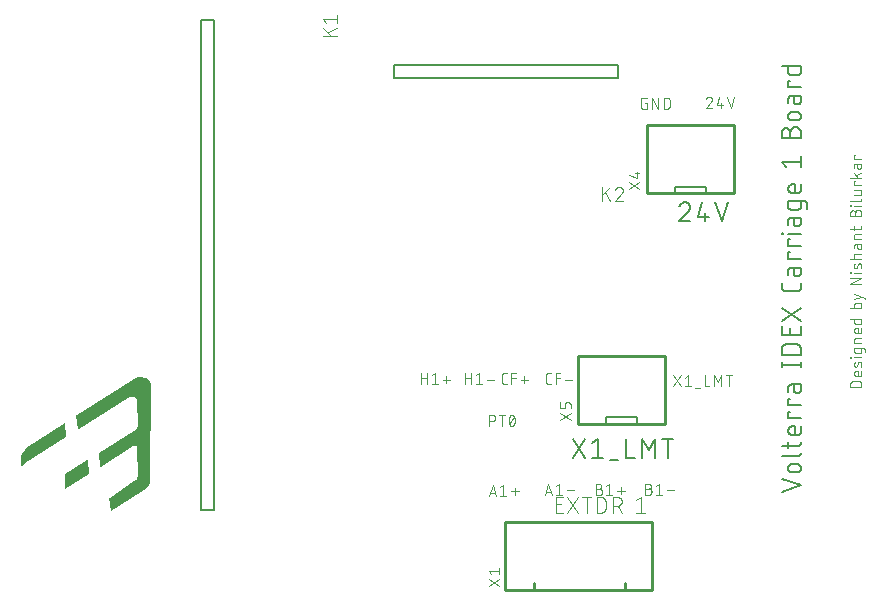
<source format=gbr>
G04 EAGLE Gerber RS-274X export*
G75*
%MOMM*%
%FSLAX34Y34*%
%LPD*%
%INSilkscreen Top*%
%IPPOS*%
%AMOC8*
5,1,8,0,0,1.08239X$1,22.5*%
G01*
%ADD10C,0.101600*%
%ADD11C,0.152400*%
%ADD12C,0.076200*%
%ADD13C,0.127000*%
%ADD14C,0.254000*%
%ADD15C,0.200000*%

G36*
X215156Y187335D02*
X215156Y187335D01*
X215213Y187333D01*
X215246Y187347D01*
X215272Y187350D01*
X215301Y187369D01*
X215347Y187388D01*
X242779Y205422D01*
X242783Y205427D01*
X242790Y205430D01*
X244466Y206619D01*
X244484Y206639D01*
X244515Y206660D01*
X245968Y208113D01*
X245983Y208136D01*
X246009Y208162D01*
X247198Y209838D01*
X247209Y209865D01*
X247233Y209897D01*
X247873Y211271D01*
X247878Y211295D01*
X247893Y211323D01*
X248324Y212776D01*
X248325Y212801D01*
X248336Y212831D01*
X248547Y214332D01*
X248545Y214356D01*
X248551Y214388D01*
X248538Y215902D01*
X248792Y295147D01*
X248779Y295203D01*
X248775Y295261D01*
X248766Y295276D01*
X248791Y295629D01*
X248787Y295658D01*
X248777Y295762D01*
X248482Y296777D01*
X248466Y296806D01*
X248451Y296853D01*
X247946Y297781D01*
X247924Y297806D01*
X247899Y297848D01*
X247207Y298647D01*
X247180Y298667D01*
X247147Y298703D01*
X246300Y299335D01*
X246269Y299348D01*
X246230Y299376D01*
X245267Y299812D01*
X245263Y299813D01*
X245260Y299815D01*
X243543Y300552D01*
X243514Y300557D01*
X243478Y300573D01*
X241656Y300989D01*
X241627Y300989D01*
X241588Y300998D01*
X239722Y301078D01*
X239693Y301073D01*
X239653Y301075D01*
X237802Y300818D01*
X237775Y300807D01*
X237735Y300802D01*
X235962Y300216D01*
X235937Y300200D01*
X235899Y300188D01*
X234260Y299292D01*
X234245Y299278D01*
X234221Y299267D01*
X232894Y298319D01*
X232883Y298321D01*
X232827Y298302D01*
X232769Y298292D01*
X232742Y298274D01*
X232719Y298266D01*
X232686Y298236D01*
X232649Y298211D01*
X232425Y297987D01*
X185978Y268545D01*
X185941Y268507D01*
X185898Y268477D01*
X185881Y268446D01*
X185857Y268422D01*
X185841Y268371D01*
X185815Y268325D01*
X185812Y268285D01*
X185803Y268257D01*
X185808Y268225D01*
X185804Y268180D01*
X187074Y257258D01*
X187091Y257212D01*
X187098Y257163D01*
X187120Y257131D01*
X187133Y257095D01*
X187168Y257061D01*
X187196Y257021D01*
X187230Y257002D01*
X187258Y256975D01*
X187305Y256960D01*
X187348Y256936D01*
X187386Y256934D01*
X187423Y256923D01*
X187472Y256930D01*
X187521Y256928D01*
X187563Y256945D01*
X187594Y256949D01*
X187618Y256966D01*
X187656Y256981D01*
X229296Y283387D01*
X230288Y283891D01*
X231337Y284214D01*
X232406Y284350D01*
X233740Y284152D01*
X235049Y283743D01*
X236255Y283148D01*
X236655Y282774D01*
X236944Y282304D01*
X237099Y281774D01*
X237110Y281171D01*
X237110Y281170D01*
X237110Y281169D01*
X237618Y260087D01*
X237619Y260084D01*
X237618Y260081D01*
X237645Y259378D01*
X237536Y258721D01*
X237297Y258100D01*
X236935Y257537D01*
X235805Y256338D01*
X234478Y255328D01*
X205028Y236541D01*
X204991Y236503D01*
X204948Y236473D01*
X204931Y236442D01*
X204907Y236417D01*
X204890Y236367D01*
X204865Y236321D01*
X204862Y236280D01*
X204853Y236252D01*
X204858Y236221D01*
X204854Y236176D01*
X206124Y225254D01*
X206141Y225208D01*
X206148Y225159D01*
X206170Y225127D01*
X206183Y225091D01*
X206219Y225057D01*
X206247Y225016D01*
X206280Y224998D01*
X206308Y224971D01*
X206355Y224956D01*
X206398Y224932D01*
X206436Y224930D01*
X206473Y224919D01*
X206522Y224926D01*
X206571Y224924D01*
X206613Y224941D01*
X206644Y224945D01*
X206668Y224962D01*
X206706Y224977D01*
X233862Y242235D01*
X234448Y242505D01*
X235065Y242659D01*
X235693Y242696D01*
X236124Y242627D01*
X236518Y242456D01*
X236858Y242192D01*
X237122Y241852D01*
X237293Y241458D01*
X237365Y241009D01*
X238125Y218460D01*
X237944Y217150D01*
X237521Y215900D01*
X236872Y214752D01*
X236019Y213745D01*
X234979Y212905D01*
X213912Y198945D01*
X213881Y198912D01*
X213844Y198887D01*
X213823Y198850D01*
X213793Y198819D01*
X213780Y198776D01*
X213758Y198737D01*
X213753Y198686D01*
X213743Y198653D01*
X213747Y198628D01*
X213743Y198593D01*
X214759Y187671D01*
X214777Y187617D01*
X214786Y187562D01*
X214804Y187536D01*
X214814Y187506D01*
X214854Y187466D01*
X214887Y187420D01*
X214914Y187406D01*
X214936Y187384D01*
X214990Y187365D01*
X215040Y187339D01*
X215071Y187338D01*
X215100Y187328D01*
X215156Y187335D01*
G37*
G36*
X139459Y225436D02*
X139459Y225436D01*
X139544Y225439D01*
X139545Y225439D01*
X139547Y225439D01*
X139558Y225445D01*
X139674Y225502D01*
X142713Y227781D01*
X176993Y250381D01*
X177021Y250410D01*
X177056Y250432D01*
X177080Y250472D01*
X177112Y250506D01*
X177124Y250545D01*
X177146Y250581D01*
X177153Y250637D01*
X177163Y250672D01*
X177160Y250695D01*
X177163Y250724D01*
X176401Y261646D01*
X176384Y261703D01*
X176375Y261762D01*
X176359Y261785D01*
X176350Y261812D01*
X176309Y261855D01*
X176275Y261903D01*
X176250Y261917D01*
X176231Y261938D01*
X176175Y261958D01*
X176123Y261987D01*
X176095Y261988D01*
X176068Y261997D01*
X176009Y261991D01*
X175950Y261993D01*
X175920Y261981D01*
X175896Y261979D01*
X175866Y261960D01*
X175816Y261939D01*
X143558Y241111D01*
X143536Y241088D01*
X143497Y241063D01*
X142009Y239601D01*
X141994Y239576D01*
X141966Y239550D01*
X140757Y237848D01*
X140746Y237822D01*
X140723Y237790D01*
X139832Y235903D01*
X139826Y235875D01*
X139809Y235840D01*
X139263Y233826D01*
X139262Y233798D01*
X139251Y233760D01*
X139067Y231682D01*
X139069Y231667D01*
X139066Y231648D01*
X139066Y225806D01*
X139085Y225723D01*
X139104Y225640D01*
X139105Y225639D01*
X139105Y225637D01*
X139160Y225571D01*
X139213Y225505D01*
X139214Y225505D01*
X139215Y225504D01*
X139293Y225469D01*
X139371Y225433D01*
X139372Y225433D01*
X139374Y225433D01*
X139459Y225436D01*
G37*
G36*
X176359Y205879D02*
X176359Y205879D01*
X176369Y205879D01*
X176402Y205896D01*
X176482Y205929D01*
X196548Y218883D01*
X196583Y218919D01*
X196625Y218948D01*
X196643Y218980D01*
X196669Y219007D01*
X196684Y219055D01*
X196708Y219100D01*
X196712Y219143D01*
X196721Y219172D01*
X196717Y219202D01*
X196720Y219244D01*
X195450Y230674D01*
X195432Y230724D01*
X195424Y230777D01*
X195404Y230805D01*
X195392Y230837D01*
X195354Y230874D01*
X195323Y230918D01*
X195293Y230934D01*
X195268Y230958D01*
X195217Y230974D01*
X195170Y230999D01*
X195136Y231000D01*
X195103Y231011D01*
X195050Y231003D01*
X194997Y231005D01*
X194960Y230990D01*
X194931Y230985D01*
X194905Y230967D01*
X194863Y230950D01*
X176321Y218758D01*
X176305Y218740D01*
X176283Y218729D01*
X176246Y218678D01*
X176202Y218632D01*
X176195Y218609D01*
X176180Y218590D01*
X176161Y218501D01*
X176160Y218498D01*
X176156Y218488D01*
X176156Y218485D01*
X176151Y218467D01*
X176152Y218458D01*
X176150Y218448D01*
X175896Y206256D01*
X175912Y206182D01*
X175923Y206106D01*
X175929Y206097D01*
X175932Y206086D01*
X175979Y206027D01*
X176023Y205965D01*
X176032Y205959D01*
X176039Y205950D01*
X176108Y205918D01*
X176175Y205882D01*
X176186Y205881D01*
X176196Y205876D01*
X176272Y205878D01*
X176348Y205875D01*
X176359Y205879D01*
G37*
D10*
X597436Y186182D02*
X591566Y186182D01*
X591566Y199390D01*
X597436Y199390D01*
X595969Y193520D02*
X591566Y193520D01*
X601476Y186182D02*
X610282Y199390D01*
X601476Y199390D02*
X610282Y186182D01*
X617827Y186182D02*
X617827Y199390D01*
X614158Y199390D02*
X621496Y199390D01*
X626533Y199390D02*
X626533Y186182D01*
X626533Y199390D02*
X630202Y199390D01*
X630322Y199388D01*
X630442Y199382D01*
X630562Y199372D01*
X630681Y199359D01*
X630800Y199341D01*
X630918Y199320D01*
X631035Y199294D01*
X631152Y199265D01*
X631267Y199232D01*
X631381Y199195D01*
X631494Y199155D01*
X631606Y199111D01*
X631716Y199063D01*
X631825Y199012D01*
X631932Y198957D01*
X632037Y198898D01*
X632139Y198837D01*
X632240Y198772D01*
X632339Y198703D01*
X632436Y198632D01*
X632530Y198557D01*
X632621Y198480D01*
X632710Y198399D01*
X632796Y198315D01*
X632880Y198229D01*
X632961Y198140D01*
X633038Y198049D01*
X633113Y197955D01*
X633184Y197858D01*
X633253Y197759D01*
X633318Y197658D01*
X633379Y197556D01*
X633438Y197451D01*
X633493Y197344D01*
X633544Y197235D01*
X633592Y197125D01*
X633636Y197013D01*
X633676Y196900D01*
X633713Y196786D01*
X633746Y196671D01*
X633775Y196554D01*
X633801Y196437D01*
X633822Y196319D01*
X633840Y196200D01*
X633853Y196081D01*
X633863Y195961D01*
X633869Y195841D01*
X633871Y195721D01*
X633871Y189851D01*
X633869Y189731D01*
X633863Y189611D01*
X633853Y189491D01*
X633840Y189372D01*
X633822Y189253D01*
X633801Y189135D01*
X633775Y189018D01*
X633746Y188901D01*
X633713Y188786D01*
X633676Y188672D01*
X633636Y188559D01*
X633592Y188447D01*
X633544Y188337D01*
X633493Y188228D01*
X633438Y188121D01*
X633379Y188017D01*
X633318Y187914D01*
X633253Y187813D01*
X633184Y187714D01*
X633113Y187617D01*
X633038Y187523D01*
X632961Y187432D01*
X632880Y187343D01*
X632796Y187257D01*
X632710Y187173D01*
X632621Y187092D01*
X632530Y187015D01*
X632436Y186940D01*
X632339Y186869D01*
X632240Y186800D01*
X632139Y186735D01*
X632037Y186674D01*
X631932Y186615D01*
X631825Y186560D01*
X631716Y186509D01*
X631606Y186461D01*
X631494Y186417D01*
X631381Y186377D01*
X631267Y186340D01*
X631152Y186307D01*
X631035Y186278D01*
X630918Y186252D01*
X630800Y186231D01*
X630681Y186213D01*
X630562Y186200D01*
X630442Y186190D01*
X630322Y186184D01*
X630202Y186182D01*
X626533Y186182D01*
X640266Y186182D02*
X640266Y199390D01*
X643935Y199390D01*
X644055Y199388D01*
X644175Y199382D01*
X644295Y199372D01*
X644414Y199359D01*
X644533Y199341D01*
X644651Y199320D01*
X644768Y199294D01*
X644885Y199265D01*
X645000Y199232D01*
X645114Y199195D01*
X645227Y199155D01*
X645339Y199111D01*
X645449Y199063D01*
X645558Y199012D01*
X645665Y198957D01*
X645770Y198898D01*
X645872Y198837D01*
X645973Y198772D01*
X646072Y198703D01*
X646169Y198632D01*
X646263Y198557D01*
X646354Y198480D01*
X646443Y198399D01*
X646529Y198315D01*
X646613Y198229D01*
X646694Y198140D01*
X646771Y198049D01*
X646846Y197955D01*
X646917Y197858D01*
X646986Y197759D01*
X647051Y197658D01*
X647112Y197556D01*
X647171Y197451D01*
X647226Y197344D01*
X647277Y197235D01*
X647325Y197125D01*
X647369Y197013D01*
X647409Y196900D01*
X647446Y196786D01*
X647479Y196671D01*
X647508Y196554D01*
X647534Y196437D01*
X647555Y196319D01*
X647573Y196200D01*
X647586Y196081D01*
X647596Y195961D01*
X647602Y195841D01*
X647604Y195721D01*
X647602Y195601D01*
X647596Y195481D01*
X647586Y195361D01*
X647573Y195242D01*
X647555Y195123D01*
X647534Y195005D01*
X647508Y194888D01*
X647479Y194771D01*
X647446Y194656D01*
X647409Y194542D01*
X647369Y194429D01*
X647325Y194317D01*
X647277Y194207D01*
X647226Y194098D01*
X647171Y193991D01*
X647112Y193887D01*
X647051Y193784D01*
X646986Y193683D01*
X646917Y193584D01*
X646846Y193487D01*
X646771Y193393D01*
X646694Y193302D01*
X646613Y193213D01*
X646529Y193127D01*
X646443Y193043D01*
X646354Y192962D01*
X646263Y192885D01*
X646169Y192810D01*
X646072Y192739D01*
X645973Y192670D01*
X645872Y192605D01*
X645770Y192544D01*
X645665Y192485D01*
X645558Y192430D01*
X645449Y192379D01*
X645339Y192331D01*
X645227Y192287D01*
X645114Y192247D01*
X645000Y192210D01*
X644885Y192177D01*
X644768Y192148D01*
X644651Y192122D01*
X644533Y192101D01*
X644414Y192083D01*
X644295Y192070D01*
X644175Y192060D01*
X644055Y192054D01*
X643935Y192052D01*
X640266Y192052D01*
X644669Y192052D02*
X647604Y186182D01*
X659817Y196455D02*
X663486Y199390D01*
X663486Y186182D01*
X659817Y186182D02*
X667155Y186182D01*
D11*
X606044Y232156D02*
X616881Y248412D01*
X606044Y248412D02*
X616881Y232156D01*
X622578Y244800D02*
X627094Y248412D01*
X627094Y232156D01*
X631609Y232156D02*
X622578Y232156D01*
X637550Y230350D02*
X644774Y230350D01*
X651265Y232156D02*
X651265Y248412D01*
X651265Y232156D02*
X658490Y232156D01*
X664922Y232156D02*
X664922Y248412D01*
X670340Y239381D01*
X675759Y248412D01*
X675759Y232156D01*
X686493Y232156D02*
X686493Y248412D01*
X691008Y248412D02*
X681977Y248412D01*
X705499Y445008D02*
X705497Y445133D01*
X705491Y445258D01*
X705482Y445383D01*
X705468Y445507D01*
X705451Y445631D01*
X705430Y445755D01*
X705405Y445877D01*
X705376Y445999D01*
X705344Y446120D01*
X705308Y446240D01*
X705268Y446359D01*
X705225Y446476D01*
X705178Y446592D01*
X705127Y446707D01*
X705073Y446819D01*
X705015Y446931D01*
X704955Y447040D01*
X704890Y447147D01*
X704823Y447253D01*
X704752Y447356D01*
X704678Y447457D01*
X704601Y447556D01*
X704521Y447652D01*
X704438Y447746D01*
X704353Y447837D01*
X704264Y447926D01*
X704173Y448011D01*
X704079Y448094D01*
X703983Y448174D01*
X703884Y448251D01*
X703783Y448325D01*
X703680Y448396D01*
X703574Y448463D01*
X703467Y448528D01*
X703358Y448588D01*
X703246Y448646D01*
X703134Y448700D01*
X703019Y448751D01*
X702903Y448798D01*
X702786Y448841D01*
X702667Y448881D01*
X702547Y448917D01*
X702426Y448949D01*
X702304Y448978D01*
X702182Y449003D01*
X702058Y449024D01*
X701934Y449041D01*
X701810Y449055D01*
X701685Y449064D01*
X701560Y449070D01*
X701435Y449072D01*
X701292Y449070D01*
X701150Y449064D01*
X701007Y449054D01*
X700865Y449041D01*
X700724Y449023D01*
X700582Y449002D01*
X700442Y448977D01*
X700302Y448948D01*
X700163Y448915D01*
X700025Y448878D01*
X699888Y448838D01*
X699753Y448794D01*
X699618Y448746D01*
X699485Y448694D01*
X699353Y448639D01*
X699223Y448580D01*
X699095Y448518D01*
X698968Y448452D01*
X698843Y448383D01*
X698720Y448311D01*
X698600Y448235D01*
X698481Y448156D01*
X698364Y448073D01*
X698250Y447988D01*
X698138Y447899D01*
X698029Y447808D01*
X697922Y447713D01*
X697817Y447616D01*
X697716Y447515D01*
X697617Y447412D01*
X697521Y447307D01*
X697428Y447198D01*
X697338Y447087D01*
X697251Y446974D01*
X697167Y446859D01*
X697087Y446741D01*
X697009Y446621D01*
X696935Y446499D01*
X696865Y446375D01*
X696797Y446249D01*
X696734Y446121D01*
X696673Y445992D01*
X696616Y445861D01*
X696563Y445729D01*
X696514Y445595D01*
X696468Y445460D01*
X704144Y441847D02*
X704238Y441939D01*
X704328Y442033D01*
X704416Y442130D01*
X704501Y442230D01*
X704583Y442332D01*
X704662Y442437D01*
X704737Y442544D01*
X704809Y442653D01*
X704878Y442764D01*
X704944Y442878D01*
X705006Y442993D01*
X705065Y443110D01*
X705120Y443229D01*
X705171Y443349D01*
X705219Y443471D01*
X705264Y443594D01*
X705304Y443718D01*
X705341Y443844D01*
X705374Y443971D01*
X705403Y444098D01*
X705429Y444227D01*
X705450Y444356D01*
X705468Y444486D01*
X705481Y444616D01*
X705491Y444746D01*
X705497Y444877D01*
X705499Y445008D01*
X704144Y441847D02*
X696468Y432816D01*
X705499Y432816D01*
X712099Y436428D02*
X715712Y449072D01*
X712099Y436428D02*
X721130Y436428D01*
X718421Y440041D02*
X718421Y432816D01*
X732246Y432816D02*
X726827Y449072D01*
X737665Y449072D02*
X732246Y432816D01*
D12*
X535305Y268859D02*
X535305Y259461D01*
X535305Y268859D02*
X537916Y268859D01*
X538017Y268857D01*
X538118Y268851D01*
X538219Y268841D01*
X538319Y268828D01*
X538419Y268810D01*
X538518Y268789D01*
X538616Y268763D01*
X538713Y268734D01*
X538809Y268702D01*
X538903Y268665D01*
X538996Y268625D01*
X539088Y268581D01*
X539177Y268534D01*
X539265Y268483D01*
X539351Y268429D01*
X539434Y268372D01*
X539516Y268312D01*
X539594Y268248D01*
X539671Y268182D01*
X539744Y268112D01*
X539815Y268040D01*
X539883Y267965D01*
X539948Y267887D01*
X540010Y267807D01*
X540069Y267725D01*
X540125Y267640D01*
X540177Y267553D01*
X540226Y267465D01*
X540272Y267374D01*
X540313Y267282D01*
X540352Y267188D01*
X540386Y267093D01*
X540417Y266997D01*
X540444Y266899D01*
X540468Y266801D01*
X540487Y266701D01*
X540503Y266601D01*
X540515Y266501D01*
X540523Y266400D01*
X540527Y266299D01*
X540527Y266197D01*
X540523Y266096D01*
X540515Y265995D01*
X540503Y265895D01*
X540487Y265795D01*
X540468Y265695D01*
X540444Y265597D01*
X540417Y265499D01*
X540386Y265403D01*
X540352Y265308D01*
X540313Y265214D01*
X540272Y265122D01*
X540226Y265031D01*
X540177Y264943D01*
X540125Y264856D01*
X540069Y264771D01*
X540010Y264689D01*
X539948Y264609D01*
X539883Y264531D01*
X539815Y264456D01*
X539744Y264384D01*
X539671Y264314D01*
X539594Y264248D01*
X539516Y264184D01*
X539434Y264124D01*
X539351Y264067D01*
X539265Y264013D01*
X539177Y263962D01*
X539088Y263915D01*
X538996Y263871D01*
X538903Y263831D01*
X538809Y263794D01*
X538713Y263762D01*
X538616Y263733D01*
X538518Y263707D01*
X538419Y263686D01*
X538319Y263668D01*
X538219Y263655D01*
X538118Y263645D01*
X538017Y263639D01*
X537916Y263637D01*
X537916Y263638D02*
X535305Y263638D01*
X546014Y259461D02*
X546014Y268859D01*
X548624Y268859D02*
X543403Y268859D01*
X552720Y267554D02*
X552641Y267387D01*
X552566Y267218D01*
X552495Y267047D01*
X552428Y266875D01*
X552366Y266701D01*
X552307Y266525D01*
X552253Y266349D01*
X552203Y266171D01*
X552157Y265991D01*
X552115Y265811D01*
X552078Y265630D01*
X552045Y265448D01*
X552016Y265266D01*
X551992Y265082D01*
X551972Y264898D01*
X551957Y264714D01*
X551946Y264530D01*
X551939Y264345D01*
X551937Y264160D01*
X552720Y267554D02*
X552750Y267634D01*
X552783Y267713D01*
X552820Y267790D01*
X552860Y267866D01*
X552903Y267940D01*
X552949Y268012D01*
X552999Y268081D01*
X553051Y268149D01*
X553107Y268214D01*
X553165Y268277D01*
X553227Y268336D01*
X553290Y268394D01*
X553357Y268448D01*
X553425Y268499D01*
X553496Y268547D01*
X553569Y268592D01*
X553643Y268634D01*
X553720Y268672D01*
X553798Y268707D01*
X553877Y268739D01*
X553958Y268767D01*
X554040Y268791D01*
X554124Y268812D01*
X554207Y268829D01*
X554292Y268842D01*
X554377Y268851D01*
X554462Y268857D01*
X554548Y268859D01*
X554634Y268857D01*
X554719Y268851D01*
X554804Y268842D01*
X554889Y268829D01*
X554972Y268812D01*
X555056Y268791D01*
X555138Y268767D01*
X555219Y268739D01*
X555298Y268707D01*
X555376Y268672D01*
X555453Y268634D01*
X555527Y268592D01*
X555600Y268547D01*
X555671Y268499D01*
X555739Y268448D01*
X555806Y268394D01*
X555869Y268336D01*
X555931Y268277D01*
X555989Y268214D01*
X556045Y268149D01*
X556097Y268081D01*
X556147Y268012D01*
X556193Y267940D01*
X556236Y267866D01*
X556276Y267790D01*
X556313Y267713D01*
X556346Y267634D01*
X556376Y267554D01*
X556455Y267387D01*
X556530Y267218D01*
X556601Y267047D01*
X556668Y266875D01*
X556730Y266701D01*
X556789Y266525D01*
X556843Y266349D01*
X556893Y266171D01*
X556939Y265991D01*
X556981Y265811D01*
X557018Y265630D01*
X557051Y265448D01*
X557080Y265266D01*
X557104Y265082D01*
X557124Y264898D01*
X557139Y264714D01*
X557150Y264530D01*
X557157Y264345D01*
X557159Y264160D01*
X551938Y264160D02*
X551940Y263975D01*
X551947Y263790D01*
X551958Y263606D01*
X551973Y263422D01*
X551993Y263238D01*
X552017Y263054D01*
X552046Y262872D01*
X552079Y262690D01*
X552116Y262509D01*
X552158Y262329D01*
X552204Y262149D01*
X552254Y261971D01*
X552308Y261795D01*
X552367Y261619D01*
X552429Y261445D01*
X552496Y261273D01*
X552567Y261102D01*
X552642Y260933D01*
X552721Y260766D01*
X552720Y260766D02*
X552750Y260686D01*
X552783Y260607D01*
X552820Y260530D01*
X552860Y260454D01*
X552903Y260380D01*
X552949Y260308D01*
X552999Y260239D01*
X553052Y260171D01*
X553107Y260106D01*
X553166Y260043D01*
X553227Y259984D01*
X553290Y259926D01*
X553357Y259872D01*
X553425Y259821D01*
X553496Y259773D01*
X553569Y259728D01*
X553643Y259686D01*
X553720Y259648D01*
X553798Y259613D01*
X553877Y259581D01*
X553958Y259553D01*
X554040Y259529D01*
X554124Y259508D01*
X554207Y259491D01*
X554292Y259478D01*
X554377Y259469D01*
X554462Y259463D01*
X554548Y259461D01*
X556376Y260766D02*
X556455Y260933D01*
X556530Y261102D01*
X556601Y261273D01*
X556668Y261445D01*
X556730Y261619D01*
X556789Y261795D01*
X556843Y261971D01*
X556893Y262149D01*
X556939Y262329D01*
X556981Y262509D01*
X557018Y262690D01*
X557051Y262872D01*
X557080Y263054D01*
X557104Y263238D01*
X557124Y263422D01*
X557139Y263606D01*
X557150Y263790D01*
X557157Y263975D01*
X557159Y264160D01*
X556376Y260766D02*
X556346Y260686D01*
X556313Y260607D01*
X556276Y260530D01*
X556236Y260454D01*
X556193Y260380D01*
X556147Y260308D01*
X556097Y260239D01*
X556045Y260171D01*
X555989Y260106D01*
X555931Y260043D01*
X555869Y259984D01*
X555806Y259926D01*
X555739Y259872D01*
X555671Y259821D01*
X555600Y259773D01*
X555527Y259728D01*
X555453Y259686D01*
X555376Y259648D01*
X555298Y259613D01*
X555219Y259581D01*
X555138Y259553D01*
X555056Y259529D01*
X554972Y259508D01*
X554889Y259491D01*
X554804Y259478D01*
X554719Y259469D01*
X554634Y259463D01*
X554548Y259461D01*
X552460Y261549D02*
X556637Y266771D01*
X477393Y295021D02*
X477393Y304419D01*
X477393Y300242D02*
X482614Y300242D01*
X482614Y304419D02*
X482614Y295021D01*
X486842Y302331D02*
X489452Y304419D01*
X489452Y295021D01*
X486842Y295021D02*
X492063Y295021D01*
X496073Y298676D02*
X502339Y298676D01*
X499206Y295543D02*
X499206Y301808D01*
X514731Y304419D02*
X514731Y295021D01*
X514731Y300242D02*
X519952Y300242D01*
X519952Y304419D02*
X519952Y295021D01*
X524180Y302331D02*
X526790Y304419D01*
X526790Y295021D01*
X524180Y295021D02*
X529401Y295021D01*
X533411Y298676D02*
X539677Y298676D01*
X548315Y295021D02*
X550404Y295021D01*
X548315Y295021D02*
X548226Y295023D01*
X548138Y295029D01*
X548050Y295038D01*
X547962Y295051D01*
X547875Y295068D01*
X547789Y295088D01*
X547704Y295113D01*
X547619Y295140D01*
X547536Y295172D01*
X547455Y295206D01*
X547375Y295245D01*
X547297Y295286D01*
X547220Y295331D01*
X547146Y295379D01*
X547073Y295430D01*
X547003Y295484D01*
X546936Y295542D01*
X546870Y295602D01*
X546808Y295664D01*
X546748Y295730D01*
X546690Y295797D01*
X546636Y295867D01*
X546585Y295940D01*
X546537Y296014D01*
X546492Y296091D01*
X546451Y296169D01*
X546412Y296249D01*
X546378Y296330D01*
X546346Y296413D01*
X546319Y296498D01*
X546294Y296583D01*
X546274Y296669D01*
X546257Y296756D01*
X546244Y296844D01*
X546235Y296932D01*
X546229Y297020D01*
X546227Y297109D01*
X546227Y302331D01*
X546229Y302422D01*
X546235Y302513D01*
X546245Y302604D01*
X546259Y302694D01*
X546276Y302783D01*
X546298Y302871D01*
X546324Y302959D01*
X546353Y303045D01*
X546386Y303130D01*
X546423Y303213D01*
X546463Y303295D01*
X546507Y303375D01*
X546554Y303453D01*
X546605Y303529D01*
X546658Y303602D01*
X546715Y303673D01*
X546776Y303742D01*
X546839Y303807D01*
X546904Y303870D01*
X546973Y303930D01*
X547044Y303988D01*
X547117Y304041D01*
X547193Y304092D01*
X547271Y304139D01*
X547351Y304183D01*
X547433Y304223D01*
X547516Y304260D01*
X547601Y304293D01*
X547687Y304322D01*
X547775Y304348D01*
X547863Y304370D01*
X547952Y304387D01*
X548042Y304401D01*
X548133Y304411D01*
X548224Y304417D01*
X548315Y304419D01*
X550404Y304419D01*
X554195Y304419D02*
X554195Y295021D01*
X554195Y304419D02*
X558372Y304419D01*
X558372Y300242D02*
X554195Y300242D01*
X561885Y298676D02*
X568150Y298676D01*
X565018Y301808D02*
X565018Y295543D01*
X585653Y295021D02*
X587742Y295021D01*
X585653Y295021D02*
X585564Y295023D01*
X585476Y295029D01*
X585388Y295038D01*
X585300Y295051D01*
X585213Y295068D01*
X585127Y295088D01*
X585042Y295113D01*
X584957Y295140D01*
X584874Y295172D01*
X584793Y295206D01*
X584713Y295245D01*
X584635Y295286D01*
X584558Y295331D01*
X584484Y295379D01*
X584411Y295430D01*
X584341Y295484D01*
X584274Y295542D01*
X584208Y295602D01*
X584146Y295664D01*
X584086Y295730D01*
X584028Y295797D01*
X583974Y295867D01*
X583923Y295940D01*
X583875Y296014D01*
X583830Y296091D01*
X583789Y296169D01*
X583750Y296249D01*
X583716Y296330D01*
X583684Y296413D01*
X583657Y296498D01*
X583632Y296583D01*
X583612Y296669D01*
X583595Y296756D01*
X583582Y296844D01*
X583573Y296932D01*
X583567Y297020D01*
X583565Y297109D01*
X583565Y302331D01*
X583567Y302422D01*
X583573Y302513D01*
X583583Y302604D01*
X583597Y302694D01*
X583614Y302783D01*
X583636Y302871D01*
X583662Y302959D01*
X583691Y303045D01*
X583724Y303130D01*
X583761Y303213D01*
X583801Y303295D01*
X583845Y303375D01*
X583892Y303453D01*
X583943Y303529D01*
X583996Y303602D01*
X584053Y303673D01*
X584114Y303742D01*
X584177Y303807D01*
X584242Y303870D01*
X584311Y303930D01*
X584382Y303988D01*
X584455Y304041D01*
X584531Y304092D01*
X584609Y304139D01*
X584689Y304183D01*
X584771Y304223D01*
X584854Y304260D01*
X584939Y304293D01*
X585025Y304322D01*
X585113Y304348D01*
X585201Y304370D01*
X585290Y304387D01*
X585380Y304401D01*
X585471Y304411D01*
X585562Y304417D01*
X585653Y304419D01*
X587742Y304419D01*
X591533Y304419D02*
X591533Y295021D01*
X591533Y304419D02*
X595710Y304419D01*
X595710Y300242D02*
X591533Y300242D01*
X599223Y298676D02*
X605488Y298676D01*
X538184Y209931D02*
X535051Y200533D01*
X541316Y200533D02*
X538184Y209931D01*
X540533Y202883D02*
X535834Y202883D01*
X544717Y207843D02*
X547328Y209931D01*
X547328Y200533D01*
X549938Y200533D02*
X544717Y200533D01*
X553949Y204188D02*
X560214Y204188D01*
X557081Y201055D02*
X557081Y207320D01*
X582295Y201295D02*
X585428Y210693D01*
X588560Y201295D01*
X587777Y203645D02*
X583078Y203645D01*
X591961Y208605D02*
X594572Y210693D01*
X594572Y201295D01*
X597182Y201295D02*
X591961Y201295D01*
X601193Y204950D02*
X607458Y204950D01*
X625729Y206262D02*
X628340Y206262D01*
X628340Y206263D02*
X628441Y206261D01*
X628542Y206255D01*
X628643Y206245D01*
X628743Y206232D01*
X628843Y206214D01*
X628942Y206193D01*
X629040Y206167D01*
X629137Y206138D01*
X629233Y206106D01*
X629327Y206069D01*
X629420Y206029D01*
X629512Y205985D01*
X629601Y205938D01*
X629689Y205887D01*
X629775Y205833D01*
X629858Y205776D01*
X629940Y205716D01*
X630018Y205652D01*
X630095Y205586D01*
X630168Y205516D01*
X630239Y205444D01*
X630307Y205369D01*
X630372Y205291D01*
X630434Y205211D01*
X630493Y205129D01*
X630549Y205044D01*
X630601Y204957D01*
X630650Y204869D01*
X630696Y204778D01*
X630737Y204686D01*
X630776Y204592D01*
X630810Y204497D01*
X630841Y204401D01*
X630868Y204303D01*
X630892Y204205D01*
X630911Y204105D01*
X630927Y204005D01*
X630939Y203905D01*
X630947Y203804D01*
X630951Y203703D01*
X630951Y203601D01*
X630947Y203500D01*
X630939Y203399D01*
X630927Y203299D01*
X630911Y203199D01*
X630892Y203099D01*
X630868Y203001D01*
X630841Y202903D01*
X630810Y202807D01*
X630776Y202712D01*
X630737Y202618D01*
X630696Y202526D01*
X630650Y202435D01*
X630601Y202346D01*
X630549Y202260D01*
X630493Y202175D01*
X630434Y202093D01*
X630372Y202013D01*
X630307Y201935D01*
X630239Y201860D01*
X630168Y201788D01*
X630095Y201718D01*
X630018Y201652D01*
X629940Y201588D01*
X629858Y201528D01*
X629775Y201471D01*
X629689Y201417D01*
X629601Y201366D01*
X629512Y201319D01*
X629420Y201275D01*
X629327Y201235D01*
X629233Y201198D01*
X629137Y201166D01*
X629040Y201137D01*
X628942Y201111D01*
X628843Y201090D01*
X628743Y201072D01*
X628643Y201059D01*
X628542Y201049D01*
X628441Y201043D01*
X628340Y201041D01*
X625729Y201041D01*
X625729Y210439D01*
X628340Y210439D01*
X628430Y210437D01*
X628519Y210431D01*
X628609Y210422D01*
X628698Y210408D01*
X628786Y210391D01*
X628873Y210370D01*
X628960Y210345D01*
X629045Y210316D01*
X629129Y210284D01*
X629211Y210249D01*
X629292Y210209D01*
X629371Y210167D01*
X629448Y210121D01*
X629523Y210071D01*
X629596Y210019D01*
X629667Y209963D01*
X629735Y209905D01*
X629800Y209843D01*
X629863Y209779D01*
X629923Y209712D01*
X629980Y209643D01*
X630034Y209571D01*
X630085Y209497D01*
X630133Y209421D01*
X630177Y209343D01*
X630218Y209263D01*
X630256Y209181D01*
X630290Y209098D01*
X630320Y209013D01*
X630347Y208927D01*
X630370Y208841D01*
X630389Y208753D01*
X630404Y208664D01*
X630416Y208575D01*
X630424Y208486D01*
X630428Y208396D01*
X630428Y208306D01*
X630424Y208216D01*
X630416Y208127D01*
X630404Y208038D01*
X630389Y207949D01*
X630370Y207861D01*
X630347Y207775D01*
X630320Y207689D01*
X630290Y207604D01*
X630256Y207521D01*
X630218Y207439D01*
X630177Y207359D01*
X630133Y207281D01*
X630085Y207205D01*
X630034Y207131D01*
X629980Y207059D01*
X629923Y206990D01*
X629863Y206923D01*
X629800Y206859D01*
X629735Y206797D01*
X629667Y206739D01*
X629596Y206683D01*
X629523Y206631D01*
X629448Y206581D01*
X629371Y206535D01*
X629292Y206493D01*
X629211Y206453D01*
X629129Y206418D01*
X629045Y206386D01*
X628960Y206357D01*
X628873Y206332D01*
X628786Y206311D01*
X628698Y206294D01*
X628609Y206280D01*
X628519Y206271D01*
X628430Y206265D01*
X628340Y206263D01*
X634437Y208351D02*
X637047Y210439D01*
X637047Y201041D01*
X634437Y201041D02*
X639658Y201041D01*
X643668Y204696D02*
X649934Y204696D01*
X646801Y201563D02*
X646801Y207828D01*
X667639Y206516D02*
X670250Y206516D01*
X670250Y206517D02*
X670351Y206515D01*
X670452Y206509D01*
X670553Y206499D01*
X670653Y206486D01*
X670753Y206468D01*
X670852Y206447D01*
X670950Y206421D01*
X671047Y206392D01*
X671143Y206360D01*
X671237Y206323D01*
X671330Y206283D01*
X671422Y206239D01*
X671511Y206192D01*
X671599Y206141D01*
X671685Y206087D01*
X671768Y206030D01*
X671850Y205970D01*
X671928Y205906D01*
X672005Y205840D01*
X672078Y205770D01*
X672149Y205698D01*
X672217Y205623D01*
X672282Y205545D01*
X672344Y205465D01*
X672403Y205383D01*
X672459Y205298D01*
X672511Y205211D01*
X672560Y205123D01*
X672606Y205032D01*
X672647Y204940D01*
X672686Y204846D01*
X672720Y204751D01*
X672751Y204655D01*
X672778Y204557D01*
X672802Y204459D01*
X672821Y204359D01*
X672837Y204259D01*
X672849Y204159D01*
X672857Y204058D01*
X672861Y203957D01*
X672861Y203855D01*
X672857Y203754D01*
X672849Y203653D01*
X672837Y203553D01*
X672821Y203453D01*
X672802Y203353D01*
X672778Y203255D01*
X672751Y203157D01*
X672720Y203061D01*
X672686Y202966D01*
X672647Y202872D01*
X672606Y202780D01*
X672560Y202689D01*
X672511Y202600D01*
X672459Y202514D01*
X672403Y202429D01*
X672344Y202347D01*
X672282Y202267D01*
X672217Y202189D01*
X672149Y202114D01*
X672078Y202042D01*
X672005Y201972D01*
X671928Y201906D01*
X671850Y201842D01*
X671768Y201782D01*
X671685Y201725D01*
X671599Y201671D01*
X671511Y201620D01*
X671422Y201573D01*
X671330Y201529D01*
X671237Y201489D01*
X671143Y201452D01*
X671047Y201420D01*
X670950Y201391D01*
X670852Y201365D01*
X670753Y201344D01*
X670653Y201326D01*
X670553Y201313D01*
X670452Y201303D01*
X670351Y201297D01*
X670250Y201295D01*
X667639Y201295D01*
X667639Y210693D01*
X670250Y210693D01*
X670340Y210691D01*
X670429Y210685D01*
X670519Y210676D01*
X670608Y210662D01*
X670696Y210645D01*
X670783Y210624D01*
X670870Y210599D01*
X670955Y210570D01*
X671039Y210538D01*
X671121Y210503D01*
X671202Y210463D01*
X671281Y210421D01*
X671358Y210375D01*
X671433Y210325D01*
X671506Y210273D01*
X671577Y210217D01*
X671645Y210159D01*
X671710Y210097D01*
X671773Y210033D01*
X671833Y209966D01*
X671890Y209897D01*
X671944Y209825D01*
X671995Y209751D01*
X672043Y209675D01*
X672087Y209597D01*
X672128Y209517D01*
X672166Y209435D01*
X672200Y209352D01*
X672230Y209267D01*
X672257Y209181D01*
X672280Y209095D01*
X672299Y209007D01*
X672314Y208918D01*
X672326Y208829D01*
X672334Y208740D01*
X672338Y208650D01*
X672338Y208560D01*
X672334Y208470D01*
X672326Y208381D01*
X672314Y208292D01*
X672299Y208203D01*
X672280Y208115D01*
X672257Y208029D01*
X672230Y207943D01*
X672200Y207858D01*
X672166Y207775D01*
X672128Y207693D01*
X672087Y207613D01*
X672043Y207535D01*
X671995Y207459D01*
X671944Y207385D01*
X671890Y207313D01*
X671833Y207244D01*
X671773Y207177D01*
X671710Y207113D01*
X671645Y207051D01*
X671577Y206993D01*
X671506Y206937D01*
X671433Y206885D01*
X671358Y206835D01*
X671281Y206789D01*
X671202Y206747D01*
X671121Y206707D01*
X671039Y206672D01*
X670955Y206640D01*
X670870Y206611D01*
X670783Y206586D01*
X670696Y206565D01*
X670608Y206548D01*
X670519Y206534D01*
X670429Y206525D01*
X670340Y206519D01*
X670250Y206517D01*
X676347Y208605D02*
X678957Y210693D01*
X678957Y201295D01*
X676347Y201295D02*
X681568Y201295D01*
X685578Y204950D02*
X691844Y204950D01*
X691261Y292989D02*
X697526Y302387D01*
X691261Y302387D02*
X697526Y292989D01*
X700927Y300299D02*
X703538Y302387D01*
X703538Y292989D01*
X706148Y292989D02*
X700927Y292989D01*
X709679Y291945D02*
X713856Y291945D01*
X717708Y292989D02*
X717708Y302387D01*
X717708Y292989D02*
X721885Y292989D01*
X725703Y292989D02*
X725703Y302387D01*
X728836Y297166D01*
X731969Y302387D01*
X731969Y292989D01*
X738285Y292989D02*
X738285Y302387D01*
X740895Y302387D02*
X735674Y302387D01*
X668796Y533160D02*
X667230Y533160D01*
X668796Y533160D02*
X668796Y527939D01*
X665663Y527939D01*
X665574Y527941D01*
X665486Y527947D01*
X665398Y527956D01*
X665310Y527969D01*
X665223Y527986D01*
X665137Y528006D01*
X665052Y528031D01*
X664967Y528058D01*
X664884Y528090D01*
X664803Y528124D01*
X664723Y528163D01*
X664645Y528204D01*
X664568Y528249D01*
X664494Y528297D01*
X664421Y528348D01*
X664351Y528402D01*
X664284Y528460D01*
X664218Y528520D01*
X664156Y528582D01*
X664096Y528648D01*
X664038Y528715D01*
X663984Y528785D01*
X663933Y528858D01*
X663885Y528932D01*
X663840Y529009D01*
X663799Y529087D01*
X663760Y529167D01*
X663726Y529248D01*
X663694Y529331D01*
X663667Y529416D01*
X663642Y529501D01*
X663622Y529587D01*
X663605Y529674D01*
X663592Y529762D01*
X663583Y529850D01*
X663577Y529938D01*
X663575Y530027D01*
X663575Y535249D01*
X663577Y535340D01*
X663583Y535431D01*
X663593Y535522D01*
X663607Y535612D01*
X663624Y535701D01*
X663646Y535789D01*
X663672Y535877D01*
X663701Y535963D01*
X663734Y536048D01*
X663771Y536131D01*
X663811Y536213D01*
X663855Y536293D01*
X663902Y536371D01*
X663953Y536447D01*
X664006Y536520D01*
X664063Y536591D01*
X664124Y536660D01*
X664187Y536725D01*
X664252Y536788D01*
X664321Y536848D01*
X664392Y536906D01*
X664465Y536959D01*
X664541Y537010D01*
X664619Y537057D01*
X664699Y537101D01*
X664781Y537141D01*
X664864Y537178D01*
X664949Y537211D01*
X665035Y537240D01*
X665123Y537266D01*
X665211Y537288D01*
X665300Y537305D01*
X665390Y537319D01*
X665481Y537329D01*
X665572Y537335D01*
X665663Y537337D01*
X668796Y537337D01*
X673329Y537337D02*
X673329Y527939D01*
X678550Y527939D02*
X673329Y537337D01*
X678550Y537337D02*
X678550Y527939D01*
X683082Y527939D02*
X683082Y537337D01*
X685693Y537337D01*
X685793Y537335D01*
X685893Y537329D01*
X685992Y537320D01*
X686092Y537306D01*
X686190Y537289D01*
X686288Y537268D01*
X686385Y537244D01*
X686481Y537215D01*
X686576Y537183D01*
X686669Y537148D01*
X686761Y537109D01*
X686852Y537066D01*
X686940Y537020D01*
X687027Y536970D01*
X687112Y536918D01*
X687195Y536862D01*
X687276Y536803D01*
X687354Y536740D01*
X687430Y536675D01*
X687504Y536607D01*
X687574Y536537D01*
X687642Y536463D01*
X687707Y536387D01*
X687770Y536309D01*
X687829Y536228D01*
X687885Y536145D01*
X687937Y536060D01*
X687987Y535973D01*
X688033Y535885D01*
X688076Y535794D01*
X688115Y535702D01*
X688150Y535609D01*
X688182Y535514D01*
X688211Y535418D01*
X688235Y535321D01*
X688256Y535223D01*
X688273Y535125D01*
X688287Y535025D01*
X688296Y534926D01*
X688302Y534826D01*
X688304Y534726D01*
X688303Y534726D02*
X688303Y530550D01*
X688304Y530550D02*
X688302Y530450D01*
X688296Y530350D01*
X688287Y530251D01*
X688273Y530151D01*
X688256Y530053D01*
X688235Y529955D01*
X688211Y529858D01*
X688182Y529762D01*
X688150Y529667D01*
X688115Y529574D01*
X688076Y529482D01*
X688033Y529391D01*
X687987Y529303D01*
X687937Y529216D01*
X687885Y529131D01*
X687829Y529048D01*
X687770Y528967D01*
X687707Y528889D01*
X687642Y528813D01*
X687574Y528739D01*
X687504Y528669D01*
X687430Y528601D01*
X687354Y528536D01*
X687276Y528473D01*
X687195Y528414D01*
X687112Y528358D01*
X687027Y528306D01*
X686940Y528256D01*
X686852Y528210D01*
X686761Y528167D01*
X686669Y528128D01*
X686576Y528093D01*
X686481Y528061D01*
X686385Y528032D01*
X686288Y528008D01*
X686190Y527987D01*
X686092Y527970D01*
X685992Y527956D01*
X685893Y527947D01*
X685793Y527941D01*
X685693Y527939D01*
X683082Y527939D01*
X721819Y538354D02*
X721914Y538352D01*
X722008Y538346D01*
X722102Y538337D01*
X722196Y538324D01*
X722289Y538307D01*
X722381Y538286D01*
X722473Y538261D01*
X722563Y538233D01*
X722652Y538201D01*
X722740Y538166D01*
X722826Y538127D01*
X722911Y538085D01*
X722994Y538039D01*
X723075Y537990D01*
X723154Y537938D01*
X723231Y537883D01*
X723305Y537824D01*
X723377Y537763D01*
X723447Y537699D01*
X723514Y537632D01*
X723578Y537562D01*
X723639Y537490D01*
X723698Y537416D01*
X723753Y537339D01*
X723805Y537260D01*
X723854Y537179D01*
X723900Y537096D01*
X723942Y537011D01*
X723981Y536925D01*
X724016Y536837D01*
X724048Y536748D01*
X724076Y536658D01*
X724101Y536566D01*
X724122Y536474D01*
X724139Y536381D01*
X724152Y536287D01*
X724161Y536193D01*
X724167Y536099D01*
X724169Y536004D01*
X721819Y538353D02*
X721711Y538351D01*
X721602Y538345D01*
X721494Y538335D01*
X721387Y538322D01*
X721280Y538304D01*
X721173Y538283D01*
X721068Y538258D01*
X720963Y538229D01*
X720860Y538197D01*
X720758Y538160D01*
X720657Y538120D01*
X720558Y538077D01*
X720460Y538030D01*
X720364Y537979D01*
X720270Y537925D01*
X720178Y537868D01*
X720088Y537807D01*
X720000Y537743D01*
X719915Y537677D01*
X719832Y537607D01*
X719752Y537534D01*
X719674Y537458D01*
X719599Y537380D01*
X719527Y537299D01*
X719458Y537215D01*
X719392Y537129D01*
X719329Y537041D01*
X719270Y536950D01*
X719213Y536858D01*
X719160Y536763D01*
X719111Y536667D01*
X719065Y536568D01*
X719022Y536469D01*
X718983Y536367D01*
X718948Y536265D01*
X723385Y534176D02*
X723454Y534245D01*
X723520Y534316D01*
X723584Y534389D01*
X723645Y534465D01*
X723703Y534544D01*
X723757Y534624D01*
X723809Y534707D01*
X723857Y534791D01*
X723903Y534877D01*
X723944Y534965D01*
X723983Y535055D01*
X724018Y535146D01*
X724049Y535238D01*
X724077Y535331D01*
X724101Y535425D01*
X724121Y535520D01*
X724138Y535616D01*
X724151Y535713D01*
X724160Y535810D01*
X724166Y535907D01*
X724168Y536004D01*
X723385Y534176D02*
X718947Y528955D01*
X724168Y528955D01*
X728091Y531043D02*
X730179Y538353D01*
X728091Y531043D02*
X733312Y531043D01*
X731746Y533132D02*
X731746Y528955D01*
X739845Y528955D02*
X736713Y538353D01*
X742978Y538353D02*
X739845Y528955D01*
D11*
X799338Y209381D02*
X783082Y203962D01*
X783082Y214799D02*
X799338Y209381D01*
X795726Y220357D02*
X792113Y220357D01*
X792113Y220358D02*
X791994Y220360D01*
X791874Y220366D01*
X791755Y220376D01*
X791637Y220390D01*
X791518Y220407D01*
X791401Y220429D01*
X791284Y220454D01*
X791169Y220484D01*
X791054Y220517D01*
X790940Y220554D01*
X790828Y220594D01*
X790717Y220639D01*
X790608Y220687D01*
X790500Y220738D01*
X790394Y220793D01*
X790290Y220852D01*
X790188Y220914D01*
X790088Y220979D01*
X789990Y221048D01*
X789894Y221120D01*
X789801Y221195D01*
X789711Y221272D01*
X789623Y221353D01*
X789538Y221437D01*
X789456Y221524D01*
X789376Y221613D01*
X789300Y221705D01*
X789226Y221799D01*
X789156Y221896D01*
X789089Y221994D01*
X789025Y222095D01*
X788965Y222199D01*
X788908Y222304D01*
X788855Y222411D01*
X788805Y222519D01*
X788759Y222629D01*
X788717Y222741D01*
X788678Y222854D01*
X788643Y222968D01*
X788612Y223083D01*
X788584Y223200D01*
X788561Y223317D01*
X788541Y223434D01*
X788525Y223553D01*
X788513Y223672D01*
X788505Y223791D01*
X788501Y223910D01*
X788501Y224030D01*
X788505Y224149D01*
X788513Y224268D01*
X788525Y224387D01*
X788541Y224506D01*
X788561Y224623D01*
X788584Y224740D01*
X788612Y224857D01*
X788643Y224972D01*
X788678Y225086D01*
X788717Y225199D01*
X788759Y225311D01*
X788805Y225421D01*
X788855Y225529D01*
X788908Y225636D01*
X788965Y225741D01*
X789025Y225845D01*
X789089Y225946D01*
X789156Y226044D01*
X789226Y226141D01*
X789300Y226235D01*
X789376Y226327D01*
X789456Y226416D01*
X789538Y226503D01*
X789623Y226587D01*
X789711Y226668D01*
X789801Y226745D01*
X789894Y226820D01*
X789990Y226892D01*
X790088Y226961D01*
X790188Y227026D01*
X790290Y227088D01*
X790394Y227147D01*
X790500Y227202D01*
X790608Y227253D01*
X790717Y227301D01*
X790828Y227346D01*
X790940Y227386D01*
X791054Y227423D01*
X791169Y227456D01*
X791284Y227486D01*
X791401Y227511D01*
X791518Y227533D01*
X791637Y227550D01*
X791755Y227564D01*
X791874Y227574D01*
X791994Y227580D01*
X792113Y227582D01*
X795726Y227582D01*
X795845Y227580D01*
X795965Y227574D01*
X796084Y227564D01*
X796202Y227550D01*
X796321Y227533D01*
X796438Y227511D01*
X796555Y227486D01*
X796670Y227456D01*
X796785Y227423D01*
X796899Y227386D01*
X797011Y227346D01*
X797122Y227301D01*
X797231Y227253D01*
X797339Y227202D01*
X797445Y227147D01*
X797549Y227088D01*
X797651Y227026D01*
X797751Y226961D01*
X797849Y226892D01*
X797945Y226820D01*
X798038Y226745D01*
X798128Y226668D01*
X798216Y226587D01*
X798301Y226503D01*
X798383Y226416D01*
X798463Y226327D01*
X798539Y226235D01*
X798613Y226141D01*
X798683Y226044D01*
X798750Y225946D01*
X798814Y225845D01*
X798874Y225741D01*
X798931Y225636D01*
X798984Y225529D01*
X799034Y225421D01*
X799080Y225311D01*
X799122Y225199D01*
X799161Y225086D01*
X799196Y224972D01*
X799227Y224857D01*
X799255Y224740D01*
X799278Y224623D01*
X799298Y224506D01*
X799314Y224387D01*
X799326Y224268D01*
X799334Y224149D01*
X799338Y224030D01*
X799338Y223910D01*
X799334Y223791D01*
X799326Y223672D01*
X799314Y223553D01*
X799298Y223434D01*
X799278Y223317D01*
X799255Y223200D01*
X799227Y223083D01*
X799196Y222968D01*
X799161Y222854D01*
X799122Y222741D01*
X799080Y222629D01*
X799034Y222519D01*
X798984Y222411D01*
X798931Y222304D01*
X798874Y222199D01*
X798814Y222095D01*
X798750Y221994D01*
X798683Y221896D01*
X798613Y221799D01*
X798539Y221705D01*
X798463Y221613D01*
X798383Y221524D01*
X798301Y221437D01*
X798216Y221353D01*
X798128Y221272D01*
X798038Y221195D01*
X797945Y221120D01*
X797849Y221048D01*
X797751Y220979D01*
X797651Y220914D01*
X797549Y220852D01*
X797445Y220793D01*
X797339Y220738D01*
X797231Y220687D01*
X797122Y220639D01*
X797011Y220594D01*
X796899Y220554D01*
X796785Y220517D01*
X796670Y220484D01*
X796555Y220454D01*
X796438Y220429D01*
X796321Y220407D01*
X796202Y220390D01*
X796084Y220376D01*
X795965Y220366D01*
X795845Y220360D01*
X795726Y220358D01*
X796629Y234141D02*
X783082Y234141D01*
X796629Y234142D02*
X796730Y234144D01*
X796831Y234150D01*
X796932Y234159D01*
X797033Y234172D01*
X797133Y234189D01*
X797232Y234210D01*
X797330Y234234D01*
X797427Y234262D01*
X797524Y234294D01*
X797619Y234329D01*
X797712Y234368D01*
X797804Y234410D01*
X797895Y234456D01*
X797984Y234505D01*
X798070Y234557D01*
X798155Y234613D01*
X798238Y234671D01*
X798318Y234733D01*
X798396Y234798D01*
X798472Y234865D01*
X798545Y234935D01*
X798615Y235008D01*
X798682Y235084D01*
X798747Y235162D01*
X798809Y235242D01*
X798867Y235325D01*
X798923Y235410D01*
X798975Y235496D01*
X799024Y235585D01*
X799070Y235676D01*
X799112Y235768D01*
X799151Y235861D01*
X799186Y235956D01*
X799218Y236053D01*
X799246Y236150D01*
X799270Y236248D01*
X799291Y236347D01*
X799308Y236447D01*
X799321Y236548D01*
X799330Y236649D01*
X799336Y236750D01*
X799338Y236851D01*
X788501Y240944D02*
X788501Y246362D01*
X783082Y242750D02*
X796629Y242750D01*
X796730Y242752D01*
X796831Y242758D01*
X796932Y242767D01*
X797033Y242780D01*
X797133Y242797D01*
X797232Y242818D01*
X797330Y242842D01*
X797427Y242870D01*
X797524Y242902D01*
X797619Y242937D01*
X797712Y242976D01*
X797804Y243018D01*
X797895Y243064D01*
X797984Y243113D01*
X798070Y243165D01*
X798155Y243221D01*
X798238Y243279D01*
X798318Y243341D01*
X798396Y243406D01*
X798472Y243473D01*
X798545Y243543D01*
X798615Y243616D01*
X798682Y243692D01*
X798747Y243770D01*
X798809Y243850D01*
X798867Y243933D01*
X798923Y244018D01*
X798975Y244104D01*
X799024Y244193D01*
X799070Y244284D01*
X799112Y244376D01*
X799151Y244469D01*
X799186Y244564D01*
X799218Y244661D01*
X799246Y244758D01*
X799270Y244856D01*
X799291Y244955D01*
X799308Y245055D01*
X799321Y245156D01*
X799330Y245257D01*
X799336Y245358D01*
X799338Y245459D01*
X799338Y246362D01*
X799338Y254850D02*
X799338Y259366D01*
X799338Y254850D02*
X799336Y254749D01*
X799330Y254648D01*
X799321Y254547D01*
X799308Y254446D01*
X799291Y254346D01*
X799270Y254247D01*
X799246Y254149D01*
X799218Y254052D01*
X799186Y253955D01*
X799151Y253860D01*
X799112Y253767D01*
X799070Y253675D01*
X799024Y253584D01*
X798975Y253495D01*
X798923Y253409D01*
X798867Y253324D01*
X798809Y253241D01*
X798747Y253161D01*
X798682Y253083D01*
X798615Y253007D01*
X798545Y252934D01*
X798472Y252864D01*
X798396Y252797D01*
X798318Y252732D01*
X798238Y252670D01*
X798155Y252612D01*
X798070Y252556D01*
X797984Y252504D01*
X797895Y252455D01*
X797804Y252409D01*
X797712Y252367D01*
X797619Y252328D01*
X797524Y252293D01*
X797427Y252261D01*
X797330Y252233D01*
X797232Y252209D01*
X797133Y252188D01*
X797033Y252171D01*
X796932Y252158D01*
X796831Y252149D01*
X796730Y252143D01*
X796629Y252141D01*
X792113Y252141D01*
X791994Y252143D01*
X791874Y252149D01*
X791755Y252159D01*
X791637Y252173D01*
X791518Y252190D01*
X791401Y252212D01*
X791284Y252237D01*
X791169Y252267D01*
X791054Y252300D01*
X790940Y252337D01*
X790828Y252377D01*
X790717Y252422D01*
X790608Y252470D01*
X790500Y252521D01*
X790394Y252576D01*
X790290Y252635D01*
X790188Y252697D01*
X790088Y252762D01*
X789990Y252831D01*
X789894Y252903D01*
X789801Y252978D01*
X789711Y253055D01*
X789623Y253136D01*
X789538Y253220D01*
X789456Y253307D01*
X789376Y253396D01*
X789300Y253488D01*
X789226Y253582D01*
X789156Y253679D01*
X789089Y253777D01*
X789025Y253878D01*
X788965Y253982D01*
X788908Y254087D01*
X788855Y254194D01*
X788805Y254302D01*
X788759Y254412D01*
X788717Y254524D01*
X788678Y254637D01*
X788643Y254751D01*
X788612Y254866D01*
X788584Y254983D01*
X788561Y255100D01*
X788541Y255217D01*
X788525Y255336D01*
X788513Y255455D01*
X788505Y255574D01*
X788501Y255693D01*
X788501Y255813D01*
X788505Y255932D01*
X788513Y256051D01*
X788525Y256170D01*
X788541Y256289D01*
X788561Y256406D01*
X788584Y256523D01*
X788612Y256640D01*
X788643Y256755D01*
X788678Y256869D01*
X788717Y256982D01*
X788759Y257094D01*
X788805Y257204D01*
X788855Y257312D01*
X788908Y257419D01*
X788965Y257524D01*
X789025Y257628D01*
X789089Y257729D01*
X789156Y257827D01*
X789226Y257924D01*
X789300Y258018D01*
X789376Y258110D01*
X789456Y258199D01*
X789538Y258286D01*
X789623Y258370D01*
X789711Y258451D01*
X789801Y258528D01*
X789894Y258603D01*
X789990Y258675D01*
X790088Y258744D01*
X790188Y258809D01*
X790290Y258871D01*
X790394Y258930D01*
X790500Y258985D01*
X790608Y259036D01*
X790717Y259084D01*
X790828Y259129D01*
X790940Y259169D01*
X791054Y259206D01*
X791169Y259239D01*
X791284Y259269D01*
X791401Y259294D01*
X791518Y259316D01*
X791637Y259333D01*
X791755Y259347D01*
X791874Y259357D01*
X791994Y259363D01*
X792113Y259365D01*
X792113Y259366D02*
X793919Y259366D01*
X793919Y252141D01*
X799338Y266294D02*
X788501Y266294D01*
X788501Y271712D01*
X790307Y271712D01*
X788501Y277236D02*
X799338Y277236D01*
X788501Y277236D02*
X788501Y282654D01*
X790307Y282654D01*
X793016Y290659D02*
X793016Y294723D01*
X793016Y290659D02*
X793018Y290547D01*
X793024Y290436D01*
X793034Y290325D01*
X793047Y290214D01*
X793065Y290104D01*
X793087Y289995D01*
X793112Y289886D01*
X793141Y289778D01*
X793174Y289672D01*
X793211Y289566D01*
X793251Y289462D01*
X793295Y289360D01*
X793343Y289259D01*
X793394Y289160D01*
X793449Y289062D01*
X793507Y288967D01*
X793568Y288874D01*
X793633Y288783D01*
X793701Y288694D01*
X793772Y288608D01*
X793845Y288525D01*
X793922Y288444D01*
X794002Y288365D01*
X794084Y288290D01*
X794169Y288218D01*
X794256Y288148D01*
X794346Y288082D01*
X794438Y288019D01*
X794533Y287959D01*
X794629Y287903D01*
X794727Y287850D01*
X794827Y287801D01*
X794929Y287755D01*
X795032Y287713D01*
X795137Y287674D01*
X795243Y287639D01*
X795350Y287608D01*
X795458Y287581D01*
X795567Y287557D01*
X795677Y287538D01*
X795787Y287522D01*
X795898Y287510D01*
X796010Y287502D01*
X796121Y287498D01*
X796233Y287498D01*
X796344Y287502D01*
X796456Y287510D01*
X796567Y287522D01*
X796677Y287538D01*
X796787Y287557D01*
X796896Y287581D01*
X797004Y287608D01*
X797111Y287639D01*
X797217Y287674D01*
X797322Y287713D01*
X797425Y287755D01*
X797527Y287801D01*
X797627Y287850D01*
X797725Y287903D01*
X797821Y287959D01*
X797916Y288019D01*
X798008Y288082D01*
X798098Y288148D01*
X798185Y288218D01*
X798270Y288290D01*
X798352Y288365D01*
X798432Y288444D01*
X798509Y288525D01*
X798582Y288608D01*
X798653Y288694D01*
X798721Y288783D01*
X798786Y288874D01*
X798847Y288967D01*
X798905Y289062D01*
X798960Y289160D01*
X799011Y289259D01*
X799059Y289360D01*
X799103Y289462D01*
X799143Y289566D01*
X799180Y289672D01*
X799213Y289778D01*
X799242Y289886D01*
X799267Y289995D01*
X799289Y290104D01*
X799307Y290214D01*
X799320Y290325D01*
X799330Y290436D01*
X799336Y290547D01*
X799338Y290659D01*
X799338Y294723D01*
X791210Y294723D01*
X791109Y294721D01*
X791008Y294715D01*
X790907Y294706D01*
X790806Y294693D01*
X790706Y294676D01*
X790607Y294655D01*
X790509Y294631D01*
X790412Y294603D01*
X790315Y294571D01*
X790220Y294536D01*
X790127Y294497D01*
X790035Y294455D01*
X789944Y294409D01*
X789856Y294360D01*
X789769Y294308D01*
X789684Y294252D01*
X789601Y294194D01*
X789521Y294132D01*
X789443Y294067D01*
X789367Y294000D01*
X789294Y293930D01*
X789224Y293857D01*
X789157Y293781D01*
X789092Y293703D01*
X789030Y293623D01*
X788972Y293540D01*
X788916Y293455D01*
X788864Y293369D01*
X788815Y293280D01*
X788769Y293189D01*
X788727Y293097D01*
X788688Y293004D01*
X788653Y292909D01*
X788621Y292812D01*
X788593Y292715D01*
X788569Y292617D01*
X788548Y292518D01*
X788531Y292418D01*
X788518Y292317D01*
X788509Y292216D01*
X788503Y292115D01*
X788501Y292014D01*
X788501Y288401D01*
X783082Y311505D02*
X799338Y311505D01*
X799338Y313311D02*
X799338Y309698D01*
X783082Y309698D02*
X783082Y313311D01*
X783082Y320015D02*
X799338Y320015D01*
X783082Y320015D02*
X783082Y324531D01*
X783084Y324662D01*
X783090Y324794D01*
X783099Y324925D01*
X783113Y325055D01*
X783130Y325186D01*
X783151Y325315D01*
X783175Y325444D01*
X783204Y325572D01*
X783236Y325700D01*
X783272Y325826D01*
X783311Y325951D01*
X783354Y326076D01*
X783401Y326198D01*
X783451Y326320D01*
X783505Y326440D01*
X783562Y326558D01*
X783623Y326674D01*
X783687Y326789D01*
X783754Y326902D01*
X783825Y327013D01*
X783899Y327121D01*
X783976Y327228D01*
X784056Y327332D01*
X784139Y327434D01*
X784224Y327533D01*
X784313Y327630D01*
X784405Y327724D01*
X784499Y327816D01*
X784596Y327905D01*
X784695Y327990D01*
X784797Y328073D01*
X784901Y328153D01*
X785008Y328230D01*
X785116Y328304D01*
X785227Y328375D01*
X785340Y328442D01*
X785455Y328506D01*
X785571Y328567D01*
X785689Y328624D01*
X785809Y328678D01*
X785931Y328728D01*
X786053Y328775D01*
X786178Y328818D01*
X786303Y328857D01*
X786429Y328893D01*
X786557Y328925D01*
X786685Y328954D01*
X786814Y328978D01*
X786943Y328999D01*
X787074Y329016D01*
X787204Y329030D01*
X787335Y329039D01*
X787467Y329045D01*
X787598Y329047D01*
X787598Y329046D02*
X794822Y329046D01*
X794822Y329047D02*
X794953Y329045D01*
X795085Y329039D01*
X795216Y329030D01*
X795346Y329016D01*
X795477Y328999D01*
X795606Y328978D01*
X795735Y328954D01*
X795863Y328925D01*
X795991Y328893D01*
X796117Y328857D01*
X796242Y328818D01*
X796367Y328775D01*
X796489Y328728D01*
X796611Y328678D01*
X796731Y328624D01*
X796849Y328567D01*
X796965Y328506D01*
X797080Y328442D01*
X797193Y328375D01*
X797304Y328304D01*
X797412Y328230D01*
X797519Y328153D01*
X797623Y328073D01*
X797725Y327990D01*
X797824Y327905D01*
X797921Y327816D01*
X798015Y327724D01*
X798107Y327630D01*
X798196Y327533D01*
X798281Y327434D01*
X798364Y327332D01*
X798444Y327228D01*
X798521Y327121D01*
X798595Y327013D01*
X798666Y326902D01*
X798733Y326789D01*
X798797Y326674D01*
X798858Y326558D01*
X798915Y326440D01*
X798969Y326320D01*
X799019Y326198D01*
X799066Y326076D01*
X799109Y325951D01*
X799148Y325826D01*
X799184Y325700D01*
X799216Y325572D01*
X799245Y325444D01*
X799269Y325315D01*
X799290Y325185D01*
X799307Y325055D01*
X799321Y324925D01*
X799330Y324794D01*
X799336Y324662D01*
X799338Y324531D01*
X799338Y320015D01*
X799338Y336718D02*
X799338Y343943D01*
X799338Y336718D02*
X783082Y336718D01*
X783082Y343943D01*
X790307Y342137D02*
X790307Y336718D01*
X799338Y348811D02*
X783082Y359649D01*
X783082Y348811D02*
X799338Y359649D01*
X799338Y377255D02*
X799338Y380868D01*
X799338Y377255D02*
X799336Y377137D01*
X799330Y377019D01*
X799321Y376901D01*
X799307Y376784D01*
X799290Y376667D01*
X799269Y376550D01*
X799244Y376435D01*
X799215Y376320D01*
X799182Y376206D01*
X799146Y376094D01*
X799106Y375983D01*
X799063Y375873D01*
X799016Y375764D01*
X798966Y375657D01*
X798911Y375552D01*
X798854Y375449D01*
X798793Y375348D01*
X798729Y375248D01*
X798662Y375151D01*
X798592Y375056D01*
X798518Y374964D01*
X798442Y374873D01*
X798362Y374786D01*
X798280Y374701D01*
X798195Y374619D01*
X798108Y374539D01*
X798017Y374463D01*
X797925Y374389D01*
X797830Y374319D01*
X797733Y374252D01*
X797633Y374188D01*
X797532Y374127D01*
X797429Y374070D01*
X797324Y374015D01*
X797217Y373965D01*
X797108Y373918D01*
X796998Y373875D01*
X796887Y373835D01*
X796775Y373799D01*
X796661Y373766D01*
X796546Y373737D01*
X796431Y373712D01*
X796314Y373691D01*
X796197Y373674D01*
X796080Y373660D01*
X795962Y373651D01*
X795844Y373645D01*
X795726Y373643D01*
X786694Y373643D01*
X786694Y373642D02*
X786576Y373644D01*
X786458Y373650D01*
X786340Y373659D01*
X786222Y373673D01*
X786105Y373690D01*
X785989Y373711D01*
X785874Y373736D01*
X785759Y373765D01*
X785645Y373798D01*
X785533Y373834D01*
X785421Y373874D01*
X785311Y373917D01*
X785203Y373964D01*
X785096Y374015D01*
X784991Y374069D01*
X784888Y374126D01*
X784786Y374187D01*
X784687Y374251D01*
X784590Y374318D01*
X784495Y374389D01*
X784402Y374462D01*
X784312Y374539D01*
X784224Y374618D01*
X784139Y374700D01*
X784057Y374785D01*
X783978Y374873D01*
X783901Y374963D01*
X783828Y375056D01*
X783757Y375150D01*
X783690Y375248D01*
X783626Y375347D01*
X783565Y375448D01*
X783508Y375552D01*
X783454Y375657D01*
X783403Y375764D01*
X783356Y375872D01*
X783313Y375982D01*
X783273Y376094D01*
X783237Y376206D01*
X783204Y376320D01*
X783175Y376435D01*
X783150Y376550D01*
X783129Y376666D01*
X783112Y376783D01*
X783098Y376901D01*
X783089Y377019D01*
X783083Y377137D01*
X783081Y377255D01*
X783082Y377255D02*
X783082Y380868D01*
X793016Y389657D02*
X793016Y393721D01*
X793016Y389657D02*
X793018Y389545D01*
X793024Y389434D01*
X793034Y389323D01*
X793047Y389212D01*
X793065Y389102D01*
X793087Y388993D01*
X793112Y388884D01*
X793141Y388776D01*
X793174Y388670D01*
X793211Y388564D01*
X793251Y388460D01*
X793295Y388358D01*
X793343Y388257D01*
X793394Y388158D01*
X793449Y388060D01*
X793507Y387965D01*
X793568Y387872D01*
X793633Y387781D01*
X793701Y387692D01*
X793772Y387606D01*
X793845Y387523D01*
X793922Y387442D01*
X794002Y387363D01*
X794084Y387288D01*
X794169Y387216D01*
X794256Y387146D01*
X794346Y387080D01*
X794438Y387017D01*
X794533Y386957D01*
X794629Y386901D01*
X794727Y386848D01*
X794827Y386799D01*
X794929Y386753D01*
X795032Y386711D01*
X795137Y386672D01*
X795243Y386637D01*
X795350Y386606D01*
X795458Y386579D01*
X795567Y386555D01*
X795677Y386536D01*
X795787Y386520D01*
X795898Y386508D01*
X796010Y386500D01*
X796121Y386496D01*
X796233Y386496D01*
X796344Y386500D01*
X796456Y386508D01*
X796567Y386520D01*
X796677Y386536D01*
X796787Y386555D01*
X796896Y386579D01*
X797004Y386606D01*
X797111Y386637D01*
X797217Y386672D01*
X797322Y386711D01*
X797425Y386753D01*
X797527Y386799D01*
X797627Y386848D01*
X797725Y386901D01*
X797821Y386957D01*
X797916Y387017D01*
X798008Y387080D01*
X798098Y387146D01*
X798185Y387216D01*
X798270Y387288D01*
X798352Y387363D01*
X798432Y387442D01*
X798509Y387523D01*
X798582Y387606D01*
X798653Y387692D01*
X798721Y387781D01*
X798786Y387872D01*
X798847Y387965D01*
X798905Y388060D01*
X798960Y388158D01*
X799011Y388257D01*
X799059Y388358D01*
X799103Y388460D01*
X799143Y388564D01*
X799180Y388670D01*
X799213Y388776D01*
X799242Y388884D01*
X799267Y388993D01*
X799289Y389102D01*
X799307Y389212D01*
X799320Y389323D01*
X799330Y389434D01*
X799336Y389545D01*
X799338Y389657D01*
X799338Y393721D01*
X791210Y393721D01*
X791109Y393719D01*
X791008Y393713D01*
X790907Y393704D01*
X790806Y393691D01*
X790706Y393674D01*
X790607Y393653D01*
X790509Y393629D01*
X790412Y393601D01*
X790315Y393569D01*
X790220Y393534D01*
X790127Y393495D01*
X790035Y393453D01*
X789944Y393407D01*
X789856Y393358D01*
X789769Y393306D01*
X789684Y393250D01*
X789601Y393192D01*
X789521Y393130D01*
X789443Y393065D01*
X789367Y392998D01*
X789294Y392928D01*
X789224Y392855D01*
X789157Y392779D01*
X789092Y392701D01*
X789030Y392621D01*
X788972Y392538D01*
X788916Y392453D01*
X788864Y392367D01*
X788815Y392278D01*
X788769Y392187D01*
X788727Y392095D01*
X788688Y392002D01*
X788653Y391907D01*
X788621Y391810D01*
X788593Y391713D01*
X788569Y391615D01*
X788548Y391516D01*
X788531Y391416D01*
X788518Y391315D01*
X788509Y391214D01*
X788503Y391113D01*
X788501Y391012D01*
X788501Y387399D01*
X788501Y401243D02*
X799338Y401243D01*
X788501Y401243D02*
X788501Y406662D01*
X790307Y406662D01*
X788501Y412185D02*
X799338Y412185D01*
X788501Y412185D02*
X788501Y417604D01*
X790307Y417604D01*
X788501Y422486D02*
X799338Y422486D01*
X783985Y422035D02*
X783082Y422035D01*
X783082Y422938D01*
X783985Y422938D01*
X783985Y422035D01*
X793016Y431861D02*
X793016Y435925D01*
X793016Y431861D02*
X793018Y431749D01*
X793024Y431638D01*
X793034Y431527D01*
X793047Y431416D01*
X793065Y431306D01*
X793087Y431197D01*
X793112Y431088D01*
X793141Y430980D01*
X793174Y430874D01*
X793211Y430768D01*
X793251Y430664D01*
X793295Y430562D01*
X793343Y430461D01*
X793394Y430362D01*
X793449Y430264D01*
X793507Y430169D01*
X793568Y430076D01*
X793633Y429985D01*
X793701Y429896D01*
X793772Y429810D01*
X793845Y429727D01*
X793922Y429646D01*
X794002Y429567D01*
X794084Y429492D01*
X794169Y429420D01*
X794256Y429350D01*
X794346Y429284D01*
X794438Y429221D01*
X794533Y429161D01*
X794629Y429105D01*
X794727Y429052D01*
X794827Y429003D01*
X794929Y428957D01*
X795032Y428915D01*
X795137Y428876D01*
X795243Y428841D01*
X795350Y428810D01*
X795458Y428783D01*
X795567Y428759D01*
X795677Y428740D01*
X795787Y428724D01*
X795898Y428712D01*
X796010Y428704D01*
X796121Y428700D01*
X796233Y428700D01*
X796344Y428704D01*
X796456Y428712D01*
X796567Y428724D01*
X796677Y428740D01*
X796787Y428759D01*
X796896Y428783D01*
X797004Y428810D01*
X797111Y428841D01*
X797217Y428876D01*
X797322Y428915D01*
X797425Y428957D01*
X797527Y429003D01*
X797627Y429052D01*
X797725Y429105D01*
X797821Y429161D01*
X797916Y429221D01*
X798008Y429284D01*
X798098Y429350D01*
X798185Y429420D01*
X798270Y429492D01*
X798352Y429567D01*
X798432Y429646D01*
X798509Y429727D01*
X798582Y429810D01*
X798653Y429896D01*
X798721Y429985D01*
X798786Y430076D01*
X798847Y430169D01*
X798905Y430264D01*
X798960Y430362D01*
X799011Y430461D01*
X799059Y430562D01*
X799103Y430664D01*
X799143Y430768D01*
X799180Y430874D01*
X799213Y430980D01*
X799242Y431088D01*
X799267Y431197D01*
X799289Y431306D01*
X799307Y431416D01*
X799320Y431527D01*
X799330Y431638D01*
X799336Y431749D01*
X799338Y431861D01*
X799338Y435925D01*
X791210Y435925D01*
X791109Y435923D01*
X791008Y435917D01*
X790907Y435908D01*
X790806Y435895D01*
X790706Y435878D01*
X790607Y435857D01*
X790509Y435833D01*
X790412Y435805D01*
X790315Y435773D01*
X790220Y435738D01*
X790127Y435699D01*
X790035Y435657D01*
X789944Y435611D01*
X789856Y435562D01*
X789769Y435510D01*
X789684Y435454D01*
X789601Y435396D01*
X789521Y435334D01*
X789443Y435269D01*
X789367Y435202D01*
X789294Y435132D01*
X789224Y435059D01*
X789157Y434983D01*
X789092Y434905D01*
X789030Y434825D01*
X788972Y434742D01*
X788916Y434657D01*
X788864Y434571D01*
X788815Y434482D01*
X788769Y434391D01*
X788727Y434299D01*
X788688Y434206D01*
X788653Y434111D01*
X788621Y434014D01*
X788593Y433917D01*
X788569Y433819D01*
X788548Y433720D01*
X788531Y433620D01*
X788518Y433519D01*
X788509Y433418D01*
X788503Y433317D01*
X788501Y433216D01*
X788501Y429603D01*
X799338Y445478D02*
X799338Y449993D01*
X799338Y445478D02*
X799336Y445377D01*
X799330Y445276D01*
X799321Y445175D01*
X799308Y445074D01*
X799291Y444974D01*
X799270Y444875D01*
X799246Y444777D01*
X799218Y444680D01*
X799186Y444583D01*
X799151Y444488D01*
X799112Y444395D01*
X799070Y444303D01*
X799024Y444212D01*
X798975Y444124D01*
X798923Y444037D01*
X798867Y443952D01*
X798809Y443869D01*
X798747Y443789D01*
X798682Y443711D01*
X798615Y443635D01*
X798545Y443562D01*
X798472Y443492D01*
X798396Y443425D01*
X798318Y443360D01*
X798238Y443298D01*
X798155Y443240D01*
X798070Y443184D01*
X797984Y443132D01*
X797895Y443083D01*
X797804Y443037D01*
X797712Y442995D01*
X797619Y442956D01*
X797524Y442921D01*
X797427Y442889D01*
X797330Y442861D01*
X797232Y442837D01*
X797133Y442816D01*
X797033Y442799D01*
X796932Y442786D01*
X796831Y442777D01*
X796730Y442771D01*
X796629Y442769D01*
X796629Y442768D02*
X791210Y442768D01*
X791210Y442769D02*
X791109Y442771D01*
X791008Y442777D01*
X790907Y442786D01*
X790806Y442799D01*
X790706Y442816D01*
X790607Y442837D01*
X790509Y442861D01*
X790412Y442889D01*
X790315Y442921D01*
X790220Y442956D01*
X790127Y442995D01*
X790035Y443037D01*
X789944Y443083D01*
X789856Y443132D01*
X789769Y443184D01*
X789684Y443240D01*
X789601Y443298D01*
X789521Y443360D01*
X789443Y443425D01*
X789367Y443492D01*
X789294Y443562D01*
X789224Y443635D01*
X789157Y443711D01*
X789092Y443789D01*
X789030Y443869D01*
X788972Y443952D01*
X788916Y444037D01*
X788864Y444124D01*
X788815Y444212D01*
X788769Y444303D01*
X788727Y444395D01*
X788688Y444488D01*
X788653Y444583D01*
X788621Y444680D01*
X788593Y444777D01*
X788569Y444875D01*
X788548Y444974D01*
X788531Y445074D01*
X788518Y445175D01*
X788509Y445276D01*
X788503Y445377D01*
X788501Y445478D01*
X788501Y449993D01*
X802047Y449993D01*
X802148Y449991D01*
X802249Y449985D01*
X802350Y449976D01*
X802451Y449963D01*
X802551Y449946D01*
X802650Y449925D01*
X802748Y449901D01*
X802845Y449873D01*
X802942Y449841D01*
X803037Y449806D01*
X803130Y449767D01*
X803222Y449725D01*
X803313Y449679D01*
X803402Y449630D01*
X803488Y449578D01*
X803573Y449522D01*
X803656Y449464D01*
X803736Y449402D01*
X803814Y449337D01*
X803890Y449270D01*
X803963Y449200D01*
X804033Y449127D01*
X804100Y449051D01*
X804165Y448973D01*
X804227Y448893D01*
X804285Y448810D01*
X804341Y448725D01*
X804393Y448639D01*
X804442Y448550D01*
X804488Y448459D01*
X804530Y448367D01*
X804569Y448274D01*
X804604Y448179D01*
X804636Y448082D01*
X804664Y447985D01*
X804688Y447887D01*
X804709Y447788D01*
X804726Y447688D01*
X804739Y447587D01*
X804748Y447486D01*
X804754Y447385D01*
X804756Y447284D01*
X804757Y447284D02*
X804757Y443671D01*
X799338Y459619D02*
X799338Y464135D01*
X799338Y459619D02*
X799336Y459518D01*
X799330Y459417D01*
X799321Y459316D01*
X799308Y459215D01*
X799291Y459115D01*
X799270Y459016D01*
X799246Y458918D01*
X799218Y458821D01*
X799186Y458724D01*
X799151Y458629D01*
X799112Y458536D01*
X799070Y458444D01*
X799024Y458353D01*
X798975Y458265D01*
X798923Y458178D01*
X798867Y458093D01*
X798809Y458010D01*
X798747Y457930D01*
X798682Y457852D01*
X798615Y457776D01*
X798545Y457703D01*
X798472Y457633D01*
X798396Y457566D01*
X798318Y457501D01*
X798238Y457439D01*
X798155Y457381D01*
X798070Y457325D01*
X797984Y457273D01*
X797895Y457224D01*
X797804Y457178D01*
X797712Y457136D01*
X797619Y457097D01*
X797524Y457062D01*
X797427Y457030D01*
X797330Y457002D01*
X797232Y456978D01*
X797133Y456957D01*
X797033Y456940D01*
X796932Y456927D01*
X796831Y456918D01*
X796730Y456912D01*
X796629Y456910D01*
X792113Y456910D01*
X791994Y456912D01*
X791874Y456918D01*
X791755Y456928D01*
X791637Y456942D01*
X791518Y456959D01*
X791401Y456981D01*
X791284Y457006D01*
X791169Y457036D01*
X791054Y457069D01*
X790940Y457106D01*
X790828Y457146D01*
X790717Y457191D01*
X790608Y457239D01*
X790500Y457290D01*
X790394Y457345D01*
X790290Y457404D01*
X790188Y457466D01*
X790088Y457531D01*
X789990Y457600D01*
X789894Y457672D01*
X789801Y457747D01*
X789711Y457824D01*
X789623Y457905D01*
X789538Y457989D01*
X789456Y458076D01*
X789376Y458165D01*
X789300Y458257D01*
X789226Y458351D01*
X789156Y458448D01*
X789089Y458546D01*
X789025Y458647D01*
X788965Y458751D01*
X788908Y458856D01*
X788855Y458963D01*
X788805Y459071D01*
X788759Y459181D01*
X788717Y459293D01*
X788678Y459406D01*
X788643Y459520D01*
X788612Y459635D01*
X788584Y459752D01*
X788561Y459869D01*
X788541Y459986D01*
X788525Y460105D01*
X788513Y460224D01*
X788505Y460343D01*
X788501Y460462D01*
X788501Y460582D01*
X788505Y460701D01*
X788513Y460820D01*
X788525Y460939D01*
X788541Y461058D01*
X788561Y461175D01*
X788584Y461292D01*
X788612Y461409D01*
X788643Y461524D01*
X788678Y461638D01*
X788717Y461751D01*
X788759Y461863D01*
X788805Y461973D01*
X788855Y462081D01*
X788908Y462188D01*
X788965Y462293D01*
X789025Y462397D01*
X789089Y462498D01*
X789156Y462596D01*
X789226Y462693D01*
X789300Y462787D01*
X789376Y462879D01*
X789456Y462968D01*
X789538Y463055D01*
X789623Y463139D01*
X789711Y463220D01*
X789801Y463297D01*
X789894Y463372D01*
X789990Y463444D01*
X790088Y463513D01*
X790188Y463578D01*
X790290Y463640D01*
X790394Y463699D01*
X790500Y463754D01*
X790608Y463805D01*
X790717Y463853D01*
X790828Y463898D01*
X790940Y463938D01*
X791054Y463975D01*
X791169Y464008D01*
X791284Y464038D01*
X791401Y464063D01*
X791518Y464085D01*
X791637Y464102D01*
X791755Y464116D01*
X791874Y464126D01*
X791994Y464132D01*
X792113Y464134D01*
X792113Y464135D02*
X793919Y464135D01*
X793919Y456910D01*
X786694Y478932D02*
X783082Y483448D01*
X799338Y483448D01*
X799338Y487963D02*
X799338Y478932D01*
X790307Y503632D02*
X790307Y508148D01*
X790306Y508148D02*
X790308Y508281D01*
X790314Y508413D01*
X790324Y508545D01*
X790337Y508677D01*
X790355Y508809D01*
X790376Y508939D01*
X790401Y509070D01*
X790430Y509199D01*
X790463Y509327D01*
X790499Y509455D01*
X790539Y509581D01*
X790583Y509706D01*
X790631Y509830D01*
X790682Y509952D01*
X790737Y510073D01*
X790795Y510192D01*
X790857Y510310D01*
X790922Y510425D01*
X790991Y510539D01*
X791062Y510650D01*
X791138Y510759D01*
X791216Y510866D01*
X791297Y510971D01*
X791382Y511073D01*
X791469Y511173D01*
X791559Y511270D01*
X791652Y511365D01*
X791748Y511456D01*
X791846Y511545D01*
X791947Y511631D01*
X792051Y511714D01*
X792157Y511794D01*
X792265Y511870D01*
X792375Y511944D01*
X792488Y512014D01*
X792602Y512081D01*
X792719Y512144D01*
X792837Y512204D01*
X792957Y512261D01*
X793079Y512314D01*
X793202Y512363D01*
X793326Y512409D01*
X793452Y512451D01*
X793579Y512489D01*
X793707Y512524D01*
X793836Y512555D01*
X793965Y512582D01*
X794096Y512605D01*
X794227Y512625D01*
X794359Y512640D01*
X794491Y512652D01*
X794623Y512660D01*
X794756Y512664D01*
X794888Y512664D01*
X795021Y512660D01*
X795153Y512652D01*
X795285Y512640D01*
X795417Y512625D01*
X795548Y512605D01*
X795679Y512582D01*
X795808Y512555D01*
X795937Y512524D01*
X796065Y512489D01*
X796192Y512451D01*
X796318Y512409D01*
X796442Y512363D01*
X796565Y512314D01*
X796687Y512261D01*
X796807Y512204D01*
X796925Y512144D01*
X797042Y512081D01*
X797156Y512014D01*
X797269Y511944D01*
X797379Y511870D01*
X797487Y511794D01*
X797593Y511714D01*
X797697Y511631D01*
X797798Y511545D01*
X797896Y511456D01*
X797992Y511365D01*
X798085Y511270D01*
X798175Y511173D01*
X798262Y511073D01*
X798347Y510971D01*
X798428Y510866D01*
X798506Y510759D01*
X798582Y510650D01*
X798653Y510539D01*
X798722Y510425D01*
X798787Y510310D01*
X798849Y510192D01*
X798907Y510073D01*
X798962Y509952D01*
X799013Y509830D01*
X799061Y509706D01*
X799105Y509581D01*
X799145Y509455D01*
X799181Y509327D01*
X799214Y509199D01*
X799243Y509070D01*
X799268Y508939D01*
X799289Y508809D01*
X799307Y508677D01*
X799320Y508545D01*
X799330Y508413D01*
X799336Y508281D01*
X799338Y508148D01*
X799338Y503632D01*
X783082Y503632D01*
X783082Y508148D01*
X783084Y508267D01*
X783090Y508387D01*
X783100Y508506D01*
X783114Y508624D01*
X783131Y508743D01*
X783153Y508860D01*
X783178Y508977D01*
X783208Y509092D01*
X783241Y509207D01*
X783278Y509321D01*
X783318Y509433D01*
X783363Y509544D01*
X783411Y509653D01*
X783462Y509761D01*
X783517Y509867D01*
X783576Y509971D01*
X783638Y510073D01*
X783703Y510173D01*
X783772Y510271D01*
X783844Y510367D01*
X783919Y510460D01*
X783996Y510550D01*
X784077Y510638D01*
X784161Y510723D01*
X784248Y510805D01*
X784337Y510885D01*
X784429Y510961D01*
X784523Y511035D01*
X784620Y511105D01*
X784718Y511172D01*
X784819Y511236D01*
X784923Y511296D01*
X785028Y511353D01*
X785135Y511406D01*
X785243Y511456D01*
X785353Y511502D01*
X785465Y511544D01*
X785578Y511583D01*
X785692Y511618D01*
X785807Y511649D01*
X785924Y511677D01*
X786041Y511700D01*
X786158Y511720D01*
X786277Y511736D01*
X786396Y511748D01*
X786515Y511756D01*
X786634Y511760D01*
X786754Y511760D01*
X786873Y511756D01*
X786992Y511748D01*
X787111Y511736D01*
X787230Y511720D01*
X787347Y511700D01*
X787464Y511677D01*
X787581Y511649D01*
X787696Y511618D01*
X787810Y511583D01*
X787923Y511544D01*
X788035Y511502D01*
X788145Y511456D01*
X788253Y511406D01*
X788360Y511353D01*
X788465Y511296D01*
X788569Y511236D01*
X788670Y511172D01*
X788768Y511105D01*
X788865Y511035D01*
X788959Y510961D01*
X789051Y510885D01*
X789140Y510805D01*
X789227Y510723D01*
X789311Y510638D01*
X789392Y510550D01*
X789469Y510460D01*
X789544Y510367D01*
X789616Y510271D01*
X789685Y510173D01*
X789750Y510073D01*
X789812Y509971D01*
X789871Y509867D01*
X789926Y509761D01*
X789977Y509653D01*
X790025Y509544D01*
X790070Y509433D01*
X790110Y509321D01*
X790147Y509207D01*
X790180Y509092D01*
X790210Y508977D01*
X790235Y508860D01*
X790257Y508743D01*
X790274Y508624D01*
X790288Y508506D01*
X790298Y508387D01*
X790304Y508267D01*
X790306Y508148D01*
X792113Y518393D02*
X795726Y518393D01*
X792113Y518393D02*
X791994Y518395D01*
X791874Y518401D01*
X791755Y518411D01*
X791637Y518425D01*
X791518Y518442D01*
X791401Y518464D01*
X791284Y518489D01*
X791169Y518519D01*
X791054Y518552D01*
X790940Y518589D01*
X790828Y518629D01*
X790717Y518674D01*
X790608Y518722D01*
X790500Y518773D01*
X790394Y518828D01*
X790290Y518887D01*
X790188Y518949D01*
X790088Y519014D01*
X789990Y519083D01*
X789894Y519155D01*
X789801Y519230D01*
X789711Y519307D01*
X789623Y519388D01*
X789538Y519472D01*
X789456Y519559D01*
X789376Y519648D01*
X789300Y519740D01*
X789226Y519834D01*
X789156Y519931D01*
X789089Y520029D01*
X789025Y520130D01*
X788965Y520234D01*
X788908Y520339D01*
X788855Y520446D01*
X788805Y520554D01*
X788759Y520664D01*
X788717Y520776D01*
X788678Y520889D01*
X788643Y521003D01*
X788612Y521118D01*
X788584Y521235D01*
X788561Y521352D01*
X788541Y521469D01*
X788525Y521588D01*
X788513Y521707D01*
X788505Y521826D01*
X788501Y521945D01*
X788501Y522065D01*
X788505Y522184D01*
X788513Y522303D01*
X788525Y522422D01*
X788541Y522541D01*
X788561Y522658D01*
X788584Y522775D01*
X788612Y522892D01*
X788643Y523007D01*
X788678Y523121D01*
X788717Y523234D01*
X788759Y523346D01*
X788805Y523456D01*
X788855Y523564D01*
X788908Y523671D01*
X788965Y523776D01*
X789025Y523880D01*
X789089Y523981D01*
X789156Y524079D01*
X789226Y524176D01*
X789300Y524270D01*
X789376Y524362D01*
X789456Y524451D01*
X789538Y524538D01*
X789623Y524622D01*
X789711Y524703D01*
X789801Y524780D01*
X789894Y524855D01*
X789990Y524927D01*
X790088Y524996D01*
X790188Y525061D01*
X790290Y525123D01*
X790394Y525182D01*
X790500Y525237D01*
X790608Y525288D01*
X790717Y525336D01*
X790828Y525381D01*
X790940Y525421D01*
X791054Y525458D01*
X791169Y525491D01*
X791284Y525521D01*
X791401Y525546D01*
X791518Y525568D01*
X791637Y525585D01*
X791755Y525599D01*
X791874Y525609D01*
X791994Y525615D01*
X792113Y525617D01*
X795726Y525617D01*
X795845Y525615D01*
X795965Y525609D01*
X796084Y525599D01*
X796202Y525585D01*
X796321Y525568D01*
X796438Y525546D01*
X796555Y525521D01*
X796670Y525491D01*
X796785Y525458D01*
X796899Y525421D01*
X797011Y525381D01*
X797122Y525336D01*
X797231Y525288D01*
X797339Y525237D01*
X797445Y525182D01*
X797549Y525123D01*
X797651Y525061D01*
X797751Y524996D01*
X797849Y524927D01*
X797945Y524855D01*
X798038Y524780D01*
X798128Y524703D01*
X798216Y524622D01*
X798301Y524538D01*
X798383Y524451D01*
X798463Y524362D01*
X798539Y524270D01*
X798613Y524176D01*
X798683Y524079D01*
X798750Y523981D01*
X798814Y523880D01*
X798874Y523776D01*
X798931Y523671D01*
X798984Y523564D01*
X799034Y523456D01*
X799080Y523346D01*
X799122Y523234D01*
X799161Y523121D01*
X799196Y523007D01*
X799227Y522892D01*
X799255Y522775D01*
X799278Y522658D01*
X799298Y522541D01*
X799314Y522422D01*
X799326Y522303D01*
X799334Y522184D01*
X799338Y522065D01*
X799338Y521945D01*
X799334Y521826D01*
X799326Y521707D01*
X799314Y521588D01*
X799298Y521469D01*
X799278Y521352D01*
X799255Y521235D01*
X799227Y521118D01*
X799196Y521003D01*
X799161Y520889D01*
X799122Y520776D01*
X799080Y520664D01*
X799034Y520554D01*
X798984Y520446D01*
X798931Y520339D01*
X798874Y520234D01*
X798814Y520130D01*
X798750Y520029D01*
X798683Y519931D01*
X798613Y519834D01*
X798539Y519740D01*
X798463Y519648D01*
X798383Y519559D01*
X798301Y519472D01*
X798216Y519388D01*
X798128Y519307D01*
X798038Y519230D01*
X797945Y519155D01*
X797849Y519083D01*
X797751Y519014D01*
X797651Y518949D01*
X797549Y518887D01*
X797445Y518828D01*
X797339Y518773D01*
X797231Y518722D01*
X797122Y518674D01*
X797011Y518629D01*
X796899Y518589D01*
X796785Y518552D01*
X796670Y518519D01*
X796555Y518489D01*
X796438Y518464D01*
X796321Y518442D01*
X796202Y518425D01*
X796084Y518411D01*
X795965Y518401D01*
X795845Y518395D01*
X795726Y518393D01*
X793016Y535027D02*
X793016Y539091D01*
X793016Y535027D02*
X793018Y534915D01*
X793024Y534804D01*
X793034Y534693D01*
X793047Y534582D01*
X793065Y534472D01*
X793087Y534363D01*
X793112Y534254D01*
X793141Y534146D01*
X793174Y534040D01*
X793211Y533934D01*
X793251Y533830D01*
X793295Y533728D01*
X793343Y533627D01*
X793394Y533528D01*
X793449Y533430D01*
X793507Y533335D01*
X793568Y533242D01*
X793633Y533151D01*
X793701Y533062D01*
X793772Y532976D01*
X793845Y532893D01*
X793922Y532812D01*
X794002Y532733D01*
X794084Y532658D01*
X794169Y532586D01*
X794256Y532516D01*
X794346Y532450D01*
X794438Y532387D01*
X794533Y532327D01*
X794629Y532271D01*
X794727Y532218D01*
X794827Y532169D01*
X794929Y532123D01*
X795032Y532081D01*
X795137Y532042D01*
X795243Y532007D01*
X795350Y531976D01*
X795458Y531949D01*
X795567Y531925D01*
X795677Y531906D01*
X795787Y531890D01*
X795898Y531878D01*
X796010Y531870D01*
X796121Y531866D01*
X796233Y531866D01*
X796344Y531870D01*
X796456Y531878D01*
X796567Y531890D01*
X796677Y531906D01*
X796787Y531925D01*
X796896Y531949D01*
X797004Y531976D01*
X797111Y532007D01*
X797217Y532042D01*
X797322Y532081D01*
X797425Y532123D01*
X797527Y532169D01*
X797627Y532218D01*
X797725Y532271D01*
X797821Y532327D01*
X797916Y532387D01*
X798008Y532450D01*
X798098Y532516D01*
X798185Y532586D01*
X798270Y532658D01*
X798352Y532733D01*
X798432Y532812D01*
X798509Y532893D01*
X798582Y532976D01*
X798653Y533062D01*
X798721Y533151D01*
X798786Y533242D01*
X798847Y533335D01*
X798905Y533430D01*
X798960Y533528D01*
X799011Y533627D01*
X799059Y533728D01*
X799103Y533830D01*
X799143Y533934D01*
X799180Y534040D01*
X799213Y534146D01*
X799242Y534254D01*
X799267Y534363D01*
X799289Y534472D01*
X799307Y534582D01*
X799320Y534693D01*
X799330Y534804D01*
X799336Y534915D01*
X799338Y535027D01*
X799338Y539091D01*
X791210Y539091D01*
X791109Y539089D01*
X791008Y539083D01*
X790907Y539074D01*
X790806Y539061D01*
X790706Y539044D01*
X790607Y539023D01*
X790509Y538999D01*
X790412Y538971D01*
X790315Y538939D01*
X790220Y538904D01*
X790127Y538865D01*
X790035Y538823D01*
X789944Y538777D01*
X789856Y538728D01*
X789769Y538676D01*
X789684Y538620D01*
X789601Y538562D01*
X789521Y538500D01*
X789443Y538435D01*
X789367Y538368D01*
X789294Y538298D01*
X789224Y538225D01*
X789157Y538149D01*
X789092Y538071D01*
X789030Y537991D01*
X788972Y537908D01*
X788916Y537823D01*
X788864Y537737D01*
X788815Y537648D01*
X788769Y537557D01*
X788727Y537465D01*
X788688Y537372D01*
X788653Y537277D01*
X788621Y537180D01*
X788593Y537083D01*
X788569Y536985D01*
X788548Y536886D01*
X788531Y536786D01*
X788518Y536685D01*
X788509Y536584D01*
X788503Y536483D01*
X788501Y536382D01*
X788501Y532769D01*
X788501Y546614D02*
X799338Y546614D01*
X788501Y546614D02*
X788501Y552032D01*
X790307Y552032D01*
X783082Y564101D02*
X799338Y564101D01*
X799338Y559586D01*
X799336Y559485D01*
X799330Y559384D01*
X799321Y559283D01*
X799308Y559182D01*
X799291Y559082D01*
X799270Y558983D01*
X799246Y558885D01*
X799218Y558788D01*
X799186Y558691D01*
X799151Y558596D01*
X799112Y558503D01*
X799070Y558411D01*
X799024Y558320D01*
X798975Y558232D01*
X798923Y558145D01*
X798867Y558060D01*
X798809Y557977D01*
X798747Y557897D01*
X798682Y557819D01*
X798615Y557743D01*
X798545Y557670D01*
X798472Y557600D01*
X798396Y557533D01*
X798318Y557468D01*
X798238Y557406D01*
X798155Y557348D01*
X798070Y557292D01*
X797984Y557240D01*
X797895Y557191D01*
X797804Y557145D01*
X797712Y557103D01*
X797619Y557064D01*
X797524Y557029D01*
X797427Y556997D01*
X797330Y556969D01*
X797232Y556945D01*
X797133Y556924D01*
X797033Y556907D01*
X796932Y556894D01*
X796831Y556885D01*
X796730Y556879D01*
X796629Y556877D01*
X796629Y556876D02*
X791210Y556876D01*
X791210Y556877D02*
X791109Y556879D01*
X791008Y556885D01*
X790907Y556894D01*
X790806Y556907D01*
X790706Y556924D01*
X790607Y556945D01*
X790509Y556969D01*
X790412Y556997D01*
X790315Y557029D01*
X790220Y557064D01*
X790127Y557103D01*
X790035Y557145D01*
X789944Y557191D01*
X789856Y557240D01*
X789769Y557292D01*
X789684Y557348D01*
X789601Y557406D01*
X789521Y557468D01*
X789443Y557533D01*
X789367Y557600D01*
X789294Y557670D01*
X789224Y557743D01*
X789157Y557819D01*
X789092Y557897D01*
X789030Y557977D01*
X788972Y558060D01*
X788916Y558145D01*
X788864Y558232D01*
X788815Y558320D01*
X788769Y558411D01*
X788727Y558503D01*
X788688Y558596D01*
X788653Y558691D01*
X788621Y558788D01*
X788593Y558885D01*
X788569Y558983D01*
X788548Y559082D01*
X788531Y559182D01*
X788518Y559283D01*
X788509Y559384D01*
X788503Y559485D01*
X788501Y559586D01*
X788501Y564101D01*
D12*
X841121Y292481D02*
X850519Y292481D01*
X841121Y292481D02*
X841121Y295092D01*
X841123Y295192D01*
X841129Y295292D01*
X841138Y295391D01*
X841152Y295491D01*
X841169Y295589D01*
X841190Y295687D01*
X841214Y295784D01*
X841243Y295880D01*
X841275Y295975D01*
X841310Y296068D01*
X841349Y296160D01*
X841392Y296251D01*
X841438Y296339D01*
X841488Y296426D01*
X841540Y296511D01*
X841596Y296594D01*
X841655Y296675D01*
X841718Y296753D01*
X841783Y296829D01*
X841851Y296903D01*
X841921Y296973D01*
X841995Y297041D01*
X842071Y297106D01*
X842149Y297169D01*
X842230Y297228D01*
X842313Y297284D01*
X842398Y297336D01*
X842485Y297386D01*
X842573Y297432D01*
X842664Y297475D01*
X842756Y297514D01*
X842849Y297549D01*
X842944Y297581D01*
X843040Y297610D01*
X843137Y297634D01*
X843235Y297655D01*
X843333Y297672D01*
X843433Y297686D01*
X843532Y297695D01*
X843632Y297701D01*
X843732Y297703D01*
X843732Y297702D02*
X847908Y297702D01*
X847908Y297703D02*
X848008Y297701D01*
X848108Y297695D01*
X848207Y297686D01*
X848307Y297672D01*
X848405Y297655D01*
X848503Y297634D01*
X848600Y297610D01*
X848696Y297581D01*
X848791Y297549D01*
X848884Y297514D01*
X848976Y297475D01*
X849067Y297432D01*
X849155Y297386D01*
X849242Y297336D01*
X849327Y297284D01*
X849410Y297228D01*
X849491Y297169D01*
X849569Y297106D01*
X849645Y297041D01*
X849719Y296973D01*
X849789Y296903D01*
X849857Y296829D01*
X849922Y296753D01*
X849985Y296675D01*
X850044Y296594D01*
X850100Y296511D01*
X850152Y296426D01*
X850202Y296339D01*
X850248Y296251D01*
X850291Y296160D01*
X850330Y296068D01*
X850365Y295975D01*
X850397Y295880D01*
X850426Y295784D01*
X850450Y295687D01*
X850471Y295589D01*
X850488Y295491D01*
X850502Y295391D01*
X850511Y295292D01*
X850517Y295192D01*
X850519Y295092D01*
X850519Y292481D01*
X850519Y303409D02*
X850519Y306019D01*
X850519Y303409D02*
X850517Y303332D01*
X850511Y303256D01*
X850502Y303179D01*
X850489Y303103D01*
X850472Y303028D01*
X850452Y302954D01*
X850427Y302881D01*
X850400Y302810D01*
X850369Y302739D01*
X850334Y302671D01*
X850296Y302604D01*
X850255Y302539D01*
X850211Y302476D01*
X850164Y302416D01*
X850113Y302357D01*
X850060Y302302D01*
X850005Y302249D01*
X849946Y302198D01*
X849886Y302151D01*
X849823Y302107D01*
X849758Y302066D01*
X849691Y302028D01*
X849623Y301993D01*
X849552Y301962D01*
X849481Y301935D01*
X849408Y301910D01*
X849334Y301890D01*
X849259Y301873D01*
X849183Y301860D01*
X849106Y301851D01*
X849030Y301845D01*
X848953Y301843D01*
X848953Y301842D02*
X846342Y301842D01*
X846342Y301843D02*
X846252Y301845D01*
X846163Y301851D01*
X846073Y301860D01*
X845984Y301874D01*
X845896Y301891D01*
X845809Y301912D01*
X845722Y301937D01*
X845637Y301966D01*
X845553Y301998D01*
X845471Y302033D01*
X845390Y302073D01*
X845311Y302115D01*
X845234Y302161D01*
X845159Y302211D01*
X845086Y302263D01*
X845015Y302319D01*
X844947Y302377D01*
X844882Y302439D01*
X844819Y302503D01*
X844759Y302570D01*
X844702Y302639D01*
X844648Y302711D01*
X844597Y302785D01*
X844549Y302861D01*
X844505Y302939D01*
X844464Y303019D01*
X844426Y303101D01*
X844392Y303184D01*
X844362Y303269D01*
X844335Y303355D01*
X844312Y303441D01*
X844293Y303529D01*
X844278Y303618D01*
X844266Y303707D01*
X844258Y303796D01*
X844254Y303886D01*
X844254Y303976D01*
X844258Y304066D01*
X844266Y304155D01*
X844278Y304244D01*
X844293Y304333D01*
X844312Y304421D01*
X844335Y304507D01*
X844362Y304593D01*
X844392Y304678D01*
X844426Y304761D01*
X844464Y304843D01*
X844505Y304923D01*
X844549Y305001D01*
X844597Y305077D01*
X844648Y305151D01*
X844702Y305223D01*
X844759Y305292D01*
X844819Y305359D01*
X844882Y305423D01*
X844947Y305485D01*
X845015Y305543D01*
X845086Y305599D01*
X845159Y305651D01*
X845234Y305701D01*
X845311Y305747D01*
X845390Y305789D01*
X845471Y305829D01*
X845553Y305864D01*
X845637Y305896D01*
X845722Y305925D01*
X845809Y305950D01*
X845896Y305971D01*
X845984Y305988D01*
X846073Y306002D01*
X846163Y306011D01*
X846252Y306017D01*
X846342Y306019D01*
X847386Y306019D01*
X847386Y301842D01*
X846864Y310550D02*
X847908Y313161D01*
X846864Y310550D02*
X846836Y310484D01*
X846803Y310419D01*
X846768Y310356D01*
X846729Y310295D01*
X846687Y310236D01*
X846642Y310180D01*
X846594Y310126D01*
X846543Y310075D01*
X846490Y310026D01*
X846433Y309981D01*
X846375Y309938D01*
X846315Y309899D01*
X846252Y309862D01*
X846187Y309830D01*
X846121Y309801D01*
X846054Y309775D01*
X845985Y309753D01*
X845915Y309735D01*
X845844Y309720D01*
X845773Y309709D01*
X845701Y309702D01*
X845629Y309699D01*
X845557Y309700D01*
X845484Y309705D01*
X845413Y309713D01*
X845341Y309725D01*
X845271Y309741D01*
X845202Y309761D01*
X845133Y309785D01*
X845066Y309812D01*
X845001Y309842D01*
X844937Y309876D01*
X844875Y309914D01*
X844815Y309954D01*
X844758Y309998D01*
X844703Y310045D01*
X844650Y310095D01*
X844601Y310147D01*
X844554Y310202D01*
X844510Y310259D01*
X844469Y310319D01*
X844432Y310381D01*
X844397Y310445D01*
X844367Y310510D01*
X844339Y310577D01*
X844316Y310645D01*
X844296Y310715D01*
X844280Y310785D01*
X844267Y310856D01*
X844259Y310928D01*
X844254Y311000D01*
X844253Y311072D01*
X844254Y311073D02*
X844258Y311224D01*
X844266Y311375D01*
X844277Y311526D01*
X844293Y311677D01*
X844313Y311827D01*
X844336Y311977D01*
X844363Y312126D01*
X844394Y312274D01*
X844429Y312422D01*
X844467Y312568D01*
X844510Y312714D01*
X844556Y312858D01*
X844605Y313001D01*
X844658Y313143D01*
X844715Y313283D01*
X844776Y313422D01*
X847908Y313161D02*
X847936Y313227D01*
X847969Y313292D01*
X848004Y313355D01*
X848043Y313416D01*
X848085Y313475D01*
X848130Y313531D01*
X848178Y313585D01*
X848229Y313636D01*
X848282Y313685D01*
X848339Y313731D01*
X848397Y313773D01*
X848457Y313812D01*
X848520Y313849D01*
X848585Y313881D01*
X848651Y313910D01*
X848718Y313936D01*
X848787Y313958D01*
X848857Y313976D01*
X848928Y313991D01*
X848999Y314002D01*
X849071Y314009D01*
X849143Y314012D01*
X849215Y314011D01*
X849288Y314006D01*
X849359Y313998D01*
X849431Y313986D01*
X849501Y313970D01*
X849570Y313950D01*
X849639Y313926D01*
X849706Y313899D01*
X849771Y313869D01*
X849835Y313835D01*
X849897Y313797D01*
X849957Y313757D01*
X850014Y313713D01*
X850069Y313666D01*
X850122Y313616D01*
X850171Y313564D01*
X850218Y313509D01*
X850262Y313452D01*
X850303Y313392D01*
X850340Y313330D01*
X850375Y313266D01*
X850405Y313201D01*
X850433Y313134D01*
X850456Y313066D01*
X850476Y312996D01*
X850492Y312926D01*
X850505Y312855D01*
X850513Y312783D01*
X850518Y312711D01*
X850519Y312639D01*
X850514Y312429D01*
X850503Y312220D01*
X850488Y312011D01*
X850468Y311803D01*
X850442Y311595D01*
X850412Y311388D01*
X850377Y311181D01*
X850337Y310976D01*
X850293Y310771D01*
X850243Y310568D01*
X850189Y310365D01*
X850129Y310164D01*
X850066Y309965D01*
X849997Y309767D01*
X850519Y317647D02*
X844254Y317647D01*
X841643Y317386D02*
X841121Y317386D01*
X841121Y317908D01*
X841643Y317908D01*
X841643Y317386D01*
X850519Y322870D02*
X850519Y325481D01*
X850519Y322870D02*
X850517Y322793D01*
X850511Y322717D01*
X850502Y322640D01*
X850489Y322564D01*
X850472Y322489D01*
X850452Y322415D01*
X850427Y322342D01*
X850400Y322271D01*
X850369Y322200D01*
X850334Y322132D01*
X850296Y322065D01*
X850255Y322000D01*
X850211Y321937D01*
X850164Y321877D01*
X850113Y321818D01*
X850060Y321763D01*
X850005Y321710D01*
X849946Y321659D01*
X849886Y321612D01*
X849823Y321568D01*
X849758Y321527D01*
X849691Y321489D01*
X849623Y321454D01*
X849552Y321423D01*
X849481Y321396D01*
X849408Y321371D01*
X849334Y321351D01*
X849259Y321334D01*
X849183Y321321D01*
X849106Y321312D01*
X849030Y321306D01*
X848953Y321304D01*
X845820Y321304D01*
X845743Y321306D01*
X845667Y321312D01*
X845590Y321321D01*
X845514Y321334D01*
X845439Y321351D01*
X845365Y321371D01*
X845292Y321396D01*
X845221Y321423D01*
X845150Y321454D01*
X845082Y321489D01*
X845015Y321527D01*
X844950Y321568D01*
X844887Y321612D01*
X844827Y321659D01*
X844768Y321710D01*
X844713Y321763D01*
X844660Y321818D01*
X844609Y321877D01*
X844562Y321937D01*
X844518Y322000D01*
X844477Y322065D01*
X844439Y322132D01*
X844404Y322200D01*
X844373Y322271D01*
X844346Y322342D01*
X844321Y322415D01*
X844301Y322489D01*
X844284Y322564D01*
X844271Y322640D01*
X844262Y322717D01*
X844256Y322793D01*
X844254Y322870D01*
X844254Y325481D01*
X852085Y325481D01*
X852085Y325480D02*
X852162Y325478D01*
X852238Y325472D01*
X852315Y325463D01*
X852391Y325450D01*
X852466Y325433D01*
X852540Y325413D01*
X852613Y325388D01*
X852684Y325361D01*
X852755Y325330D01*
X852823Y325295D01*
X852890Y325257D01*
X852955Y325216D01*
X853018Y325172D01*
X853078Y325125D01*
X853137Y325074D01*
X853192Y325021D01*
X853245Y324966D01*
X853296Y324907D01*
X853343Y324847D01*
X853387Y324784D01*
X853428Y324719D01*
X853466Y324652D01*
X853501Y324584D01*
X853532Y324513D01*
X853559Y324442D01*
X853584Y324369D01*
X853604Y324295D01*
X853621Y324220D01*
X853634Y324144D01*
X853643Y324067D01*
X853649Y323991D01*
X853651Y323914D01*
X853652Y323914D02*
X853652Y321826D01*
X850519Y329884D02*
X844254Y329884D01*
X844254Y332494D01*
X844256Y332571D01*
X844262Y332647D01*
X844271Y332724D01*
X844284Y332800D01*
X844301Y332875D01*
X844321Y332949D01*
X844346Y333022D01*
X844373Y333093D01*
X844404Y333164D01*
X844439Y333232D01*
X844477Y333299D01*
X844518Y333364D01*
X844562Y333427D01*
X844609Y333487D01*
X844660Y333546D01*
X844713Y333601D01*
X844768Y333654D01*
X844827Y333705D01*
X844887Y333752D01*
X844950Y333796D01*
X845015Y333837D01*
X845082Y333875D01*
X845150Y333910D01*
X845221Y333941D01*
X845292Y333968D01*
X845365Y333993D01*
X845439Y334013D01*
X845514Y334030D01*
X845590Y334043D01*
X845666Y334052D01*
X845743Y334058D01*
X845820Y334060D01*
X845820Y334061D02*
X850519Y334061D01*
X850519Y339680D02*
X850519Y342290D01*
X850519Y339680D02*
X850517Y339603D01*
X850511Y339527D01*
X850502Y339450D01*
X850489Y339374D01*
X850472Y339299D01*
X850452Y339225D01*
X850427Y339152D01*
X850400Y339081D01*
X850369Y339010D01*
X850334Y338942D01*
X850296Y338875D01*
X850255Y338810D01*
X850211Y338747D01*
X850164Y338687D01*
X850113Y338628D01*
X850060Y338573D01*
X850005Y338520D01*
X849946Y338469D01*
X849886Y338422D01*
X849823Y338378D01*
X849758Y338337D01*
X849691Y338299D01*
X849623Y338264D01*
X849552Y338233D01*
X849481Y338206D01*
X849408Y338181D01*
X849334Y338161D01*
X849259Y338144D01*
X849183Y338131D01*
X849106Y338122D01*
X849030Y338116D01*
X848953Y338114D01*
X848953Y338113D02*
X846342Y338113D01*
X846342Y338114D02*
X846252Y338116D01*
X846163Y338122D01*
X846073Y338131D01*
X845984Y338145D01*
X845896Y338162D01*
X845809Y338183D01*
X845722Y338208D01*
X845637Y338237D01*
X845553Y338269D01*
X845471Y338304D01*
X845390Y338344D01*
X845311Y338386D01*
X845234Y338432D01*
X845159Y338482D01*
X845086Y338534D01*
X845015Y338590D01*
X844947Y338648D01*
X844882Y338710D01*
X844819Y338774D01*
X844759Y338841D01*
X844702Y338910D01*
X844648Y338982D01*
X844597Y339056D01*
X844549Y339132D01*
X844505Y339210D01*
X844464Y339290D01*
X844426Y339372D01*
X844392Y339455D01*
X844362Y339540D01*
X844335Y339626D01*
X844312Y339712D01*
X844293Y339800D01*
X844278Y339889D01*
X844266Y339978D01*
X844258Y340067D01*
X844254Y340157D01*
X844254Y340247D01*
X844258Y340337D01*
X844266Y340426D01*
X844278Y340515D01*
X844293Y340604D01*
X844312Y340692D01*
X844335Y340778D01*
X844362Y340864D01*
X844392Y340949D01*
X844426Y341032D01*
X844464Y341114D01*
X844505Y341194D01*
X844549Y341272D01*
X844597Y341348D01*
X844648Y341422D01*
X844702Y341494D01*
X844759Y341563D01*
X844819Y341630D01*
X844882Y341694D01*
X844947Y341756D01*
X845015Y341814D01*
X845086Y341870D01*
X845159Y341922D01*
X845234Y341972D01*
X845311Y342018D01*
X845390Y342060D01*
X845471Y342100D01*
X845553Y342135D01*
X845637Y342167D01*
X845722Y342196D01*
X845809Y342221D01*
X845896Y342242D01*
X845984Y342259D01*
X846073Y342273D01*
X846163Y342282D01*
X846252Y342288D01*
X846342Y342290D01*
X847386Y342290D01*
X847386Y338113D01*
X850519Y350169D02*
X841121Y350169D01*
X850519Y350169D02*
X850519Y347559D01*
X850517Y347482D01*
X850511Y347406D01*
X850502Y347329D01*
X850489Y347253D01*
X850472Y347178D01*
X850452Y347104D01*
X850427Y347031D01*
X850400Y346960D01*
X850369Y346889D01*
X850334Y346821D01*
X850296Y346754D01*
X850255Y346689D01*
X850211Y346626D01*
X850164Y346566D01*
X850113Y346507D01*
X850060Y346452D01*
X850005Y346399D01*
X849946Y346348D01*
X849886Y346301D01*
X849823Y346257D01*
X849758Y346216D01*
X849691Y346178D01*
X849623Y346143D01*
X849552Y346112D01*
X849481Y346085D01*
X849408Y346060D01*
X849334Y346040D01*
X849259Y346023D01*
X849183Y346010D01*
X849106Y346001D01*
X849030Y345995D01*
X848953Y345993D01*
X848953Y345992D02*
X845820Y345992D01*
X845820Y345993D02*
X845743Y345995D01*
X845667Y346001D01*
X845590Y346010D01*
X845514Y346023D01*
X845439Y346040D01*
X845365Y346060D01*
X845292Y346085D01*
X845221Y346112D01*
X845150Y346143D01*
X845082Y346178D01*
X845015Y346216D01*
X844950Y346257D01*
X844887Y346301D01*
X844827Y346348D01*
X844768Y346399D01*
X844713Y346452D01*
X844660Y346507D01*
X844609Y346566D01*
X844562Y346626D01*
X844518Y346689D01*
X844477Y346754D01*
X844439Y346821D01*
X844404Y346889D01*
X844373Y346960D01*
X844346Y347031D01*
X844321Y347104D01*
X844301Y347178D01*
X844284Y347253D01*
X844271Y347329D01*
X844262Y347406D01*
X844256Y347482D01*
X844254Y347559D01*
X844254Y350169D01*
X841121Y359495D02*
X850519Y359495D01*
X850519Y362105D01*
X850517Y362182D01*
X850511Y362258D01*
X850502Y362335D01*
X850489Y362411D01*
X850472Y362486D01*
X850452Y362560D01*
X850427Y362633D01*
X850400Y362704D01*
X850369Y362775D01*
X850334Y362843D01*
X850296Y362910D01*
X850255Y362975D01*
X850211Y363038D01*
X850164Y363098D01*
X850113Y363157D01*
X850060Y363212D01*
X850005Y363265D01*
X849946Y363316D01*
X849886Y363363D01*
X849823Y363407D01*
X849758Y363448D01*
X849691Y363486D01*
X849623Y363521D01*
X849552Y363552D01*
X849481Y363579D01*
X849408Y363604D01*
X849334Y363624D01*
X849259Y363641D01*
X849183Y363654D01*
X849106Y363663D01*
X849030Y363669D01*
X848953Y363671D01*
X848953Y363672D02*
X845820Y363672D01*
X845820Y363671D02*
X845743Y363669D01*
X845667Y363663D01*
X845590Y363654D01*
X845514Y363641D01*
X845439Y363624D01*
X845365Y363604D01*
X845292Y363579D01*
X845221Y363552D01*
X845150Y363521D01*
X845082Y363486D01*
X845015Y363448D01*
X844950Y363407D01*
X844887Y363363D01*
X844827Y363316D01*
X844768Y363265D01*
X844713Y363212D01*
X844660Y363157D01*
X844609Y363098D01*
X844562Y363038D01*
X844518Y362975D01*
X844477Y362910D01*
X844439Y362843D01*
X844404Y362775D01*
X844373Y362704D01*
X844346Y362633D01*
X844321Y362560D01*
X844301Y362486D01*
X844284Y362411D01*
X844271Y362335D01*
X844262Y362258D01*
X844256Y362182D01*
X844254Y362105D01*
X844254Y359495D01*
X853652Y367069D02*
X853652Y368113D01*
X844254Y371246D01*
X844254Y367069D02*
X850519Y369157D01*
X850519Y379958D02*
X841121Y379958D01*
X850519Y385179D01*
X841121Y385179D01*
X844254Y389274D02*
X850519Y389274D01*
X841643Y389013D02*
X841121Y389013D01*
X841121Y389535D01*
X841643Y389535D01*
X841643Y389013D01*
X846864Y393760D02*
X847908Y396371D01*
X846864Y393760D02*
X846836Y393694D01*
X846803Y393629D01*
X846768Y393566D01*
X846729Y393505D01*
X846687Y393446D01*
X846642Y393390D01*
X846594Y393336D01*
X846543Y393285D01*
X846490Y393236D01*
X846433Y393191D01*
X846375Y393148D01*
X846315Y393109D01*
X846252Y393072D01*
X846187Y393040D01*
X846121Y393011D01*
X846054Y392985D01*
X845985Y392963D01*
X845915Y392945D01*
X845844Y392930D01*
X845773Y392919D01*
X845701Y392912D01*
X845629Y392909D01*
X845557Y392910D01*
X845484Y392915D01*
X845413Y392923D01*
X845341Y392935D01*
X845271Y392951D01*
X845202Y392971D01*
X845133Y392995D01*
X845066Y393022D01*
X845001Y393052D01*
X844937Y393086D01*
X844875Y393124D01*
X844815Y393164D01*
X844758Y393208D01*
X844703Y393255D01*
X844650Y393305D01*
X844601Y393357D01*
X844554Y393412D01*
X844510Y393469D01*
X844469Y393529D01*
X844432Y393591D01*
X844397Y393655D01*
X844367Y393720D01*
X844339Y393787D01*
X844316Y393855D01*
X844296Y393925D01*
X844280Y393995D01*
X844267Y394066D01*
X844259Y394138D01*
X844254Y394210D01*
X844253Y394282D01*
X844254Y394283D02*
X844258Y394434D01*
X844266Y394585D01*
X844277Y394736D01*
X844293Y394887D01*
X844313Y395037D01*
X844336Y395187D01*
X844363Y395336D01*
X844394Y395484D01*
X844429Y395632D01*
X844467Y395778D01*
X844510Y395924D01*
X844556Y396068D01*
X844605Y396211D01*
X844658Y396353D01*
X844715Y396493D01*
X844776Y396632D01*
X847908Y396371D02*
X847936Y396437D01*
X847969Y396502D01*
X848004Y396565D01*
X848043Y396626D01*
X848085Y396685D01*
X848130Y396741D01*
X848178Y396795D01*
X848229Y396846D01*
X848282Y396895D01*
X848339Y396941D01*
X848397Y396983D01*
X848457Y397022D01*
X848520Y397059D01*
X848585Y397091D01*
X848651Y397120D01*
X848718Y397146D01*
X848787Y397168D01*
X848857Y397186D01*
X848928Y397201D01*
X848999Y397212D01*
X849071Y397219D01*
X849143Y397222D01*
X849215Y397221D01*
X849288Y397216D01*
X849359Y397208D01*
X849431Y397196D01*
X849501Y397180D01*
X849570Y397160D01*
X849639Y397136D01*
X849706Y397109D01*
X849771Y397079D01*
X849835Y397045D01*
X849897Y397007D01*
X849957Y396967D01*
X850014Y396923D01*
X850069Y396876D01*
X850122Y396826D01*
X850171Y396774D01*
X850218Y396719D01*
X850262Y396662D01*
X850303Y396602D01*
X850340Y396540D01*
X850375Y396476D01*
X850405Y396411D01*
X850433Y396344D01*
X850456Y396276D01*
X850476Y396206D01*
X850492Y396136D01*
X850505Y396065D01*
X850513Y395993D01*
X850518Y395921D01*
X850519Y395849D01*
X850514Y395639D01*
X850503Y395430D01*
X850488Y395221D01*
X850468Y395013D01*
X850442Y394805D01*
X850412Y394598D01*
X850377Y394391D01*
X850337Y394186D01*
X850293Y393981D01*
X850243Y393778D01*
X850189Y393575D01*
X850129Y393374D01*
X850066Y393175D01*
X849997Y392977D01*
X850519Y401206D02*
X841121Y401206D01*
X844254Y401206D02*
X844254Y403817D01*
X844256Y403894D01*
X844262Y403970D01*
X844271Y404047D01*
X844284Y404123D01*
X844301Y404198D01*
X844321Y404272D01*
X844346Y404345D01*
X844373Y404416D01*
X844404Y404487D01*
X844439Y404555D01*
X844477Y404622D01*
X844518Y404687D01*
X844562Y404750D01*
X844609Y404810D01*
X844660Y404869D01*
X844713Y404924D01*
X844768Y404977D01*
X844827Y405028D01*
X844887Y405075D01*
X844950Y405119D01*
X845015Y405160D01*
X845082Y405198D01*
X845150Y405233D01*
X845221Y405264D01*
X845292Y405291D01*
X845365Y405316D01*
X845439Y405336D01*
X845514Y405353D01*
X845590Y405366D01*
X845666Y405375D01*
X845743Y405381D01*
X845820Y405383D01*
X850519Y405383D01*
X846864Y411218D02*
X846864Y413567D01*
X846865Y411218D02*
X846867Y411134D01*
X846873Y411049D01*
X846883Y410966D01*
X846896Y410882D01*
X846914Y410800D01*
X846935Y410718D01*
X846960Y410637D01*
X846988Y410558D01*
X847021Y410480D01*
X847057Y410404D01*
X847096Y410329D01*
X847139Y410256D01*
X847185Y410185D01*
X847234Y410117D01*
X847286Y410051D01*
X847342Y409987D01*
X847400Y409926D01*
X847461Y409868D01*
X847525Y409812D01*
X847591Y409760D01*
X847659Y409711D01*
X847730Y409665D01*
X847803Y409622D01*
X847878Y409583D01*
X847954Y409547D01*
X848032Y409514D01*
X848111Y409486D01*
X848192Y409461D01*
X848274Y409440D01*
X848356Y409422D01*
X848440Y409409D01*
X848523Y409399D01*
X848608Y409393D01*
X848692Y409391D01*
X848776Y409393D01*
X848861Y409399D01*
X848944Y409409D01*
X849028Y409422D01*
X849110Y409440D01*
X849192Y409461D01*
X849273Y409486D01*
X849352Y409514D01*
X849430Y409547D01*
X849506Y409583D01*
X849581Y409622D01*
X849654Y409665D01*
X849725Y409711D01*
X849793Y409760D01*
X849859Y409812D01*
X849923Y409868D01*
X849984Y409926D01*
X850042Y409987D01*
X850098Y410051D01*
X850150Y410117D01*
X850199Y410185D01*
X850245Y410256D01*
X850288Y410329D01*
X850327Y410404D01*
X850363Y410480D01*
X850396Y410558D01*
X850424Y410637D01*
X850449Y410718D01*
X850470Y410800D01*
X850488Y410882D01*
X850501Y410966D01*
X850511Y411049D01*
X850517Y411134D01*
X850519Y411218D01*
X850519Y413567D01*
X845820Y413567D01*
X845743Y413565D01*
X845667Y413559D01*
X845590Y413550D01*
X845514Y413537D01*
X845439Y413520D01*
X845365Y413500D01*
X845292Y413475D01*
X845221Y413448D01*
X845150Y413417D01*
X845082Y413382D01*
X845015Y413344D01*
X844950Y413303D01*
X844887Y413259D01*
X844827Y413212D01*
X844768Y413161D01*
X844713Y413108D01*
X844660Y413053D01*
X844609Y412994D01*
X844562Y412934D01*
X844518Y412871D01*
X844477Y412806D01*
X844439Y412739D01*
X844404Y412671D01*
X844373Y412600D01*
X844346Y412529D01*
X844321Y412456D01*
X844301Y412382D01*
X844284Y412307D01*
X844271Y412231D01*
X844262Y412154D01*
X844256Y412078D01*
X844254Y412001D01*
X844254Y409912D01*
X844254Y417970D02*
X850519Y417970D01*
X844254Y417970D02*
X844254Y420581D01*
X844256Y420658D01*
X844262Y420734D01*
X844271Y420811D01*
X844284Y420887D01*
X844301Y420962D01*
X844321Y421036D01*
X844346Y421109D01*
X844373Y421180D01*
X844404Y421251D01*
X844439Y421319D01*
X844477Y421386D01*
X844518Y421451D01*
X844562Y421514D01*
X844609Y421574D01*
X844660Y421633D01*
X844713Y421688D01*
X844768Y421741D01*
X844827Y421792D01*
X844887Y421839D01*
X844950Y421883D01*
X845015Y421924D01*
X845082Y421962D01*
X845150Y421997D01*
X845221Y422028D01*
X845292Y422055D01*
X845365Y422080D01*
X845439Y422100D01*
X845514Y422117D01*
X845590Y422130D01*
X845666Y422139D01*
X845743Y422145D01*
X845820Y422147D01*
X850519Y422147D01*
X844254Y425431D02*
X844254Y428564D01*
X841121Y426475D02*
X848953Y426475D01*
X848953Y426476D02*
X849030Y426478D01*
X849106Y426484D01*
X849183Y426493D01*
X849259Y426506D01*
X849334Y426523D01*
X849408Y426543D01*
X849481Y426568D01*
X849552Y426595D01*
X849623Y426626D01*
X849691Y426661D01*
X849758Y426699D01*
X849823Y426740D01*
X849886Y426784D01*
X849946Y426831D01*
X850005Y426882D01*
X850060Y426935D01*
X850113Y426990D01*
X850164Y427049D01*
X850211Y427109D01*
X850255Y427172D01*
X850296Y427237D01*
X850334Y427304D01*
X850369Y427372D01*
X850400Y427443D01*
X850427Y427514D01*
X850452Y427587D01*
X850472Y427661D01*
X850489Y427736D01*
X850502Y427812D01*
X850511Y427889D01*
X850517Y427965D01*
X850519Y428042D01*
X850519Y428564D01*
X845298Y437391D02*
X845298Y440002D01*
X845297Y440002D02*
X845299Y440103D01*
X845305Y440204D01*
X845315Y440305D01*
X845328Y440405D01*
X845346Y440505D01*
X845367Y440604D01*
X845393Y440702D01*
X845422Y440799D01*
X845454Y440895D01*
X845491Y440989D01*
X845531Y441082D01*
X845575Y441174D01*
X845622Y441263D01*
X845673Y441351D01*
X845727Y441437D01*
X845784Y441520D01*
X845844Y441602D01*
X845908Y441680D01*
X845974Y441757D01*
X846044Y441830D01*
X846116Y441901D01*
X846191Y441969D01*
X846269Y442034D01*
X846349Y442096D01*
X846431Y442155D01*
X846516Y442211D01*
X846603Y442263D01*
X846691Y442312D01*
X846782Y442358D01*
X846874Y442399D01*
X846968Y442438D01*
X847063Y442472D01*
X847159Y442503D01*
X847257Y442530D01*
X847355Y442554D01*
X847455Y442573D01*
X847555Y442589D01*
X847655Y442601D01*
X847756Y442609D01*
X847857Y442613D01*
X847959Y442613D01*
X848060Y442609D01*
X848161Y442601D01*
X848261Y442589D01*
X848361Y442573D01*
X848461Y442554D01*
X848559Y442530D01*
X848657Y442503D01*
X848753Y442472D01*
X848848Y442438D01*
X848942Y442399D01*
X849034Y442358D01*
X849125Y442312D01*
X849214Y442263D01*
X849300Y442211D01*
X849385Y442155D01*
X849467Y442096D01*
X849547Y442034D01*
X849625Y441969D01*
X849700Y441901D01*
X849772Y441830D01*
X849842Y441757D01*
X849908Y441680D01*
X849972Y441602D01*
X850032Y441520D01*
X850089Y441437D01*
X850143Y441351D01*
X850194Y441263D01*
X850241Y441174D01*
X850285Y441082D01*
X850325Y440989D01*
X850362Y440895D01*
X850394Y440799D01*
X850423Y440702D01*
X850449Y440604D01*
X850470Y440505D01*
X850488Y440405D01*
X850501Y440305D01*
X850511Y440204D01*
X850517Y440103D01*
X850519Y440002D01*
X850519Y437391D01*
X841121Y437391D01*
X841121Y440002D01*
X841123Y440092D01*
X841129Y440181D01*
X841138Y440271D01*
X841152Y440360D01*
X841169Y440448D01*
X841190Y440535D01*
X841215Y440622D01*
X841244Y440707D01*
X841276Y440791D01*
X841311Y440873D01*
X841351Y440954D01*
X841393Y441033D01*
X841439Y441110D01*
X841489Y441185D01*
X841541Y441258D01*
X841597Y441329D01*
X841655Y441397D01*
X841717Y441462D01*
X841781Y441525D01*
X841848Y441585D01*
X841917Y441642D01*
X841989Y441696D01*
X842063Y441747D01*
X842139Y441795D01*
X842217Y441839D01*
X842297Y441880D01*
X842379Y441918D01*
X842462Y441952D01*
X842547Y441982D01*
X842633Y442009D01*
X842719Y442032D01*
X842807Y442051D01*
X842896Y442066D01*
X842985Y442078D01*
X843074Y442086D01*
X843164Y442090D01*
X843254Y442090D01*
X843344Y442086D01*
X843433Y442078D01*
X843522Y442066D01*
X843611Y442051D01*
X843699Y442032D01*
X843785Y442009D01*
X843871Y441982D01*
X843956Y441952D01*
X844039Y441918D01*
X844121Y441880D01*
X844201Y441839D01*
X844279Y441795D01*
X844355Y441747D01*
X844429Y441696D01*
X844501Y441642D01*
X844570Y441585D01*
X844637Y441525D01*
X844701Y441462D01*
X844763Y441397D01*
X844821Y441329D01*
X844877Y441258D01*
X844929Y441185D01*
X844979Y441110D01*
X845025Y441033D01*
X845067Y440954D01*
X845107Y440873D01*
X845142Y440791D01*
X845174Y440707D01*
X845203Y440622D01*
X845228Y440535D01*
X845249Y440448D01*
X845266Y440360D01*
X845280Y440271D01*
X845289Y440181D01*
X845295Y440092D01*
X845297Y440002D01*
X844254Y445967D02*
X850519Y445967D01*
X841643Y445706D02*
X841121Y445706D01*
X841121Y446228D01*
X841643Y446228D01*
X841643Y445706D01*
X841121Y449795D02*
X848953Y449795D01*
X849030Y449797D01*
X849106Y449803D01*
X849183Y449812D01*
X849259Y449825D01*
X849334Y449842D01*
X849408Y449862D01*
X849481Y449887D01*
X849552Y449914D01*
X849623Y449945D01*
X849691Y449980D01*
X849758Y450018D01*
X849823Y450059D01*
X849886Y450103D01*
X849946Y450150D01*
X850005Y450201D01*
X850060Y450254D01*
X850113Y450309D01*
X850164Y450368D01*
X850211Y450428D01*
X850255Y450491D01*
X850296Y450556D01*
X850334Y450623D01*
X850369Y450691D01*
X850400Y450762D01*
X850427Y450833D01*
X850452Y450906D01*
X850472Y450980D01*
X850489Y451055D01*
X850502Y451131D01*
X850511Y451208D01*
X850517Y451284D01*
X850519Y451361D01*
X848953Y454851D02*
X844254Y454851D01*
X848953Y454851D02*
X849030Y454853D01*
X849106Y454859D01*
X849183Y454868D01*
X849259Y454881D01*
X849334Y454898D01*
X849408Y454918D01*
X849481Y454943D01*
X849552Y454970D01*
X849623Y455001D01*
X849691Y455036D01*
X849758Y455074D01*
X849823Y455115D01*
X849886Y455159D01*
X849946Y455206D01*
X850005Y455257D01*
X850060Y455310D01*
X850113Y455365D01*
X850164Y455424D01*
X850211Y455484D01*
X850255Y455547D01*
X850296Y455612D01*
X850334Y455679D01*
X850369Y455747D01*
X850400Y455818D01*
X850427Y455889D01*
X850452Y455962D01*
X850472Y456036D01*
X850489Y456111D01*
X850502Y456187D01*
X850511Y456264D01*
X850517Y456340D01*
X850519Y456417D01*
X850519Y459028D01*
X844254Y459028D01*
X844254Y463437D02*
X850519Y463437D01*
X844254Y463437D02*
X844254Y466569D01*
X845298Y466569D01*
X841121Y469891D02*
X850519Y469891D01*
X847386Y469891D02*
X844254Y474068D01*
X846081Y471718D02*
X850519Y474068D01*
X846864Y479188D02*
X846864Y481537D01*
X846865Y479188D02*
X846867Y479104D01*
X846873Y479019D01*
X846883Y478936D01*
X846896Y478852D01*
X846914Y478770D01*
X846935Y478688D01*
X846960Y478607D01*
X846988Y478528D01*
X847021Y478450D01*
X847057Y478374D01*
X847096Y478299D01*
X847139Y478226D01*
X847185Y478155D01*
X847234Y478087D01*
X847286Y478021D01*
X847342Y477957D01*
X847400Y477896D01*
X847461Y477838D01*
X847525Y477782D01*
X847591Y477730D01*
X847659Y477681D01*
X847730Y477635D01*
X847803Y477592D01*
X847878Y477553D01*
X847954Y477517D01*
X848032Y477484D01*
X848111Y477456D01*
X848192Y477431D01*
X848274Y477410D01*
X848356Y477392D01*
X848440Y477379D01*
X848523Y477369D01*
X848608Y477363D01*
X848692Y477361D01*
X848776Y477363D01*
X848861Y477369D01*
X848944Y477379D01*
X849028Y477392D01*
X849110Y477410D01*
X849192Y477431D01*
X849273Y477456D01*
X849352Y477484D01*
X849430Y477517D01*
X849506Y477553D01*
X849581Y477592D01*
X849654Y477635D01*
X849725Y477681D01*
X849793Y477730D01*
X849859Y477782D01*
X849923Y477838D01*
X849984Y477896D01*
X850042Y477957D01*
X850098Y478021D01*
X850150Y478087D01*
X850199Y478155D01*
X850245Y478226D01*
X850288Y478299D01*
X850327Y478374D01*
X850363Y478450D01*
X850396Y478528D01*
X850424Y478607D01*
X850449Y478688D01*
X850470Y478770D01*
X850488Y478852D01*
X850501Y478936D01*
X850511Y479019D01*
X850517Y479104D01*
X850519Y479188D01*
X850519Y481537D01*
X845820Y481537D01*
X845743Y481535D01*
X845667Y481529D01*
X845590Y481520D01*
X845514Y481507D01*
X845439Y481490D01*
X845365Y481470D01*
X845292Y481445D01*
X845221Y481418D01*
X845150Y481387D01*
X845082Y481352D01*
X845015Y481314D01*
X844950Y481273D01*
X844887Y481229D01*
X844827Y481182D01*
X844768Y481131D01*
X844713Y481078D01*
X844660Y481023D01*
X844609Y480964D01*
X844562Y480904D01*
X844518Y480841D01*
X844477Y480776D01*
X844439Y480709D01*
X844404Y480641D01*
X844373Y480570D01*
X844346Y480499D01*
X844321Y480426D01*
X844301Y480352D01*
X844284Y480277D01*
X844271Y480201D01*
X844262Y480124D01*
X844256Y480048D01*
X844254Y479971D01*
X844254Y477883D01*
X844254Y485992D02*
X850519Y485992D01*
X844254Y485992D02*
X844254Y489125D01*
X845298Y489125D01*
D13*
X302280Y603400D02*
X302280Y188400D01*
X291280Y188400D01*
X291280Y603400D01*
X302280Y603400D01*
D10*
X394673Y590137D02*
X406357Y590137D01*
X401813Y590137D02*
X394673Y596628D01*
X399217Y592734D02*
X406357Y596628D01*
X397269Y601017D02*
X394673Y604262D01*
X406357Y604262D01*
X406357Y601017D02*
X406357Y607508D01*
D14*
X672997Y178121D02*
X672997Y120621D01*
X672997Y178121D02*
X548997Y178121D01*
X548997Y120621D01*
X672997Y120621D01*
X572997Y121196D02*
X572997Y126196D01*
X649997Y126196D02*
X649997Y121196D01*
D10*
X543939Y124304D02*
X534795Y130400D01*
X534795Y124304D02*
X543939Y130400D01*
X536827Y133956D02*
X534795Y136496D01*
X543939Y136496D01*
X543939Y133956D02*
X543939Y139036D01*
D14*
X742612Y456485D02*
X742612Y513985D01*
X668612Y513985D01*
X668612Y456485D01*
X742612Y456485D01*
D15*
X692612Y457060D02*
X692612Y462060D01*
X718612Y462060D02*
X718612Y457060D01*
X718612Y462060D02*
X692612Y462060D01*
D10*
X662554Y460168D02*
X653410Y466264D01*
X653410Y460168D02*
X662554Y466264D01*
X660522Y469820D02*
X653410Y471852D01*
X660522Y469820D02*
X660522Y474900D01*
X658490Y473376D02*
X662554Y473376D01*
D14*
X684446Y318659D02*
X684446Y261159D01*
X684446Y318659D02*
X610446Y318659D01*
X610446Y261159D01*
X684446Y261159D01*
D15*
X634446Y261734D02*
X634446Y266734D01*
X660446Y266734D02*
X660446Y261734D01*
X660446Y266734D02*
X634446Y266734D01*
D10*
X604388Y264842D02*
X595244Y270938D01*
X595244Y264842D02*
X604388Y270938D01*
X604388Y274494D02*
X604388Y277542D01*
X604386Y277631D01*
X604380Y277719D01*
X604371Y277807D01*
X604357Y277895D01*
X604340Y277982D01*
X604319Y278068D01*
X604294Y278153D01*
X604265Y278237D01*
X604233Y278320D01*
X604198Y278401D01*
X604158Y278480D01*
X604116Y278558D01*
X604070Y278634D01*
X604021Y278708D01*
X603968Y278779D01*
X603913Y278848D01*
X603854Y278915D01*
X603793Y278979D01*
X603729Y279040D01*
X603662Y279099D01*
X603593Y279154D01*
X603522Y279207D01*
X603448Y279256D01*
X603372Y279302D01*
X603294Y279344D01*
X603215Y279384D01*
X603134Y279419D01*
X603051Y279451D01*
X602967Y279480D01*
X602882Y279505D01*
X602796Y279526D01*
X602709Y279543D01*
X602621Y279557D01*
X602533Y279566D01*
X602445Y279572D01*
X602356Y279574D01*
X601340Y279574D01*
X601251Y279572D01*
X601163Y279566D01*
X601075Y279557D01*
X600987Y279543D01*
X600900Y279526D01*
X600814Y279505D01*
X600729Y279480D01*
X600645Y279451D01*
X600562Y279419D01*
X600481Y279384D01*
X600402Y279344D01*
X600324Y279302D01*
X600248Y279256D01*
X600174Y279207D01*
X600103Y279154D01*
X600034Y279099D01*
X599967Y279040D01*
X599903Y278979D01*
X599842Y278915D01*
X599783Y278848D01*
X599728Y278779D01*
X599675Y278708D01*
X599626Y278634D01*
X599580Y278558D01*
X599538Y278480D01*
X599498Y278401D01*
X599463Y278320D01*
X599431Y278237D01*
X599402Y278153D01*
X599377Y278068D01*
X599356Y277982D01*
X599339Y277895D01*
X599325Y277807D01*
X599316Y277719D01*
X599310Y277631D01*
X599308Y277542D01*
X599308Y274494D01*
X595244Y274494D01*
X595244Y279574D01*
D13*
X644430Y554302D02*
X454430Y554302D01*
X454430Y565302D01*
X644430Y565302D01*
X644430Y554302D01*
D10*
X631167Y461909D02*
X631167Y450225D01*
X631167Y454769D02*
X637658Y461909D01*
X633764Y457365D02*
X637658Y450225D01*
X648538Y458988D02*
X648536Y459095D01*
X648530Y459201D01*
X648520Y459307D01*
X648507Y459413D01*
X648489Y459519D01*
X648468Y459623D01*
X648443Y459727D01*
X648414Y459830D01*
X648382Y459931D01*
X648345Y460031D01*
X648305Y460130D01*
X648262Y460228D01*
X648215Y460324D01*
X648164Y460418D01*
X648110Y460510D01*
X648053Y460600D01*
X647993Y460688D01*
X647929Y460773D01*
X647862Y460856D01*
X647792Y460937D01*
X647720Y461015D01*
X647644Y461091D01*
X647566Y461163D01*
X647485Y461233D01*
X647402Y461300D01*
X647317Y461364D01*
X647229Y461424D01*
X647139Y461481D01*
X647047Y461535D01*
X646953Y461586D01*
X646857Y461633D01*
X646759Y461676D01*
X646660Y461716D01*
X646560Y461753D01*
X646459Y461785D01*
X646356Y461814D01*
X646252Y461839D01*
X646148Y461860D01*
X646042Y461878D01*
X645936Y461891D01*
X645830Y461901D01*
X645724Y461907D01*
X645617Y461909D01*
X645496Y461907D01*
X645375Y461901D01*
X645255Y461891D01*
X645134Y461878D01*
X645015Y461860D01*
X644895Y461839D01*
X644777Y461814D01*
X644660Y461785D01*
X644543Y461752D01*
X644428Y461716D01*
X644314Y461675D01*
X644201Y461632D01*
X644089Y461584D01*
X643980Y461533D01*
X643872Y461478D01*
X643765Y461420D01*
X643661Y461359D01*
X643559Y461294D01*
X643459Y461226D01*
X643361Y461155D01*
X643265Y461081D01*
X643172Y461004D01*
X643082Y460923D01*
X642994Y460840D01*
X642909Y460754D01*
X642826Y460665D01*
X642747Y460574D01*
X642670Y460480D01*
X642597Y460384D01*
X642527Y460286D01*
X642460Y460185D01*
X642396Y460082D01*
X642336Y459977D01*
X642279Y459870D01*
X642225Y459762D01*
X642175Y459652D01*
X642129Y459540D01*
X642086Y459427D01*
X642047Y459312D01*
X647565Y456716D02*
X647644Y456793D01*
X647720Y456874D01*
X647793Y456957D01*
X647863Y457042D01*
X647930Y457130D01*
X647994Y457220D01*
X648054Y457312D01*
X648111Y457407D01*
X648165Y457503D01*
X648216Y457601D01*
X648263Y457701D01*
X648307Y457803D01*
X648347Y457906D01*
X648383Y458010D01*
X648415Y458116D01*
X648444Y458222D01*
X648469Y458330D01*
X648491Y458438D01*
X648508Y458548D01*
X648522Y458657D01*
X648531Y458767D01*
X648537Y458878D01*
X648539Y458988D01*
X647564Y456716D02*
X642047Y450225D01*
X648538Y450225D01*
M02*

</source>
